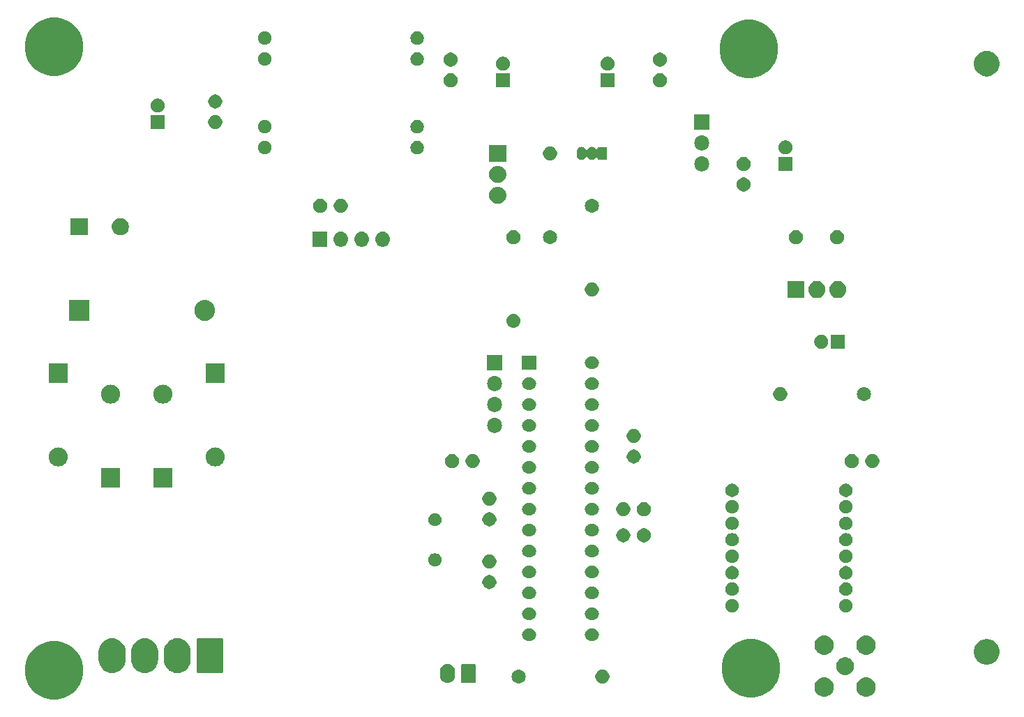
<source format=gbr>
G04 #@! TF.GenerationSoftware,KiCad,Pcbnew,(5.1.2)-1*
G04 #@! TF.CreationDate,2020-02-07T16:14:24+02:00*
G04 #@! TF.ProjectId,PCB,5043422e-6b69-4636-9164-5f7063625858,rev?*
G04 #@! TF.SameCoordinates,Original*
G04 #@! TF.FileFunction,Soldermask,Top*
G04 #@! TF.FilePolarity,Negative*
%FSLAX46Y46*%
G04 Gerber Fmt 4.6, Leading zero omitted, Abs format (unit mm)*
G04 Created by KiCad (PCBNEW (5.1.2)-1) date 2020-02-07 16:14:24*
%MOMM*%
%LPD*%
G04 APERTURE LIST*
%ADD10C,0.100000*%
G04 APERTURE END LIST*
D10*
G36*
X52597787Y-94883462D02*
G01*
X52654552Y-94906975D01*
X53244029Y-95151144D01*
X53825631Y-95539758D01*
X54320242Y-96034369D01*
X54708856Y-96615971D01*
X54823541Y-96892845D01*
X54976538Y-97262213D01*
X55113000Y-97948256D01*
X55113000Y-98647744D01*
X54976538Y-99333787D01*
X54939520Y-99423156D01*
X54708856Y-99980029D01*
X54320242Y-100561631D01*
X53825631Y-101056242D01*
X53244029Y-101444856D01*
X52881549Y-101595000D01*
X52597787Y-101712538D01*
X51911744Y-101849000D01*
X51212256Y-101849000D01*
X50526213Y-101712538D01*
X50242451Y-101595000D01*
X49879971Y-101444856D01*
X49298369Y-101056242D01*
X48803758Y-100561631D01*
X48415144Y-99980029D01*
X48184480Y-99423156D01*
X48147462Y-99333787D01*
X48011000Y-98647744D01*
X48011000Y-97948256D01*
X48147462Y-97262213D01*
X48300459Y-96892845D01*
X48415144Y-96615971D01*
X48803758Y-96034369D01*
X49298369Y-95539758D01*
X49879971Y-95151144D01*
X50469448Y-94906975D01*
X50526213Y-94883462D01*
X51212256Y-94747000D01*
X51911744Y-94747000D01*
X52597787Y-94883462D01*
X52597787Y-94883462D01*
G37*
G36*
X137179787Y-94629462D02*
G01*
X137369068Y-94707865D01*
X137826029Y-94897144D01*
X138407631Y-95285758D01*
X138902242Y-95780369D01*
X139290856Y-96361971D01*
X139405541Y-96638845D01*
X139558538Y-97008213D01*
X139695000Y-97694256D01*
X139695000Y-98393744D01*
X139558538Y-99079787D01*
X139558537Y-99079789D01*
X139290856Y-99726029D01*
X138902242Y-100307631D01*
X138407631Y-100802242D01*
X137826029Y-101190856D01*
X137507799Y-101322671D01*
X137179787Y-101458538D01*
X136493744Y-101595000D01*
X135794256Y-101595000D01*
X135108213Y-101458538D01*
X134780201Y-101322671D01*
X134461971Y-101190856D01*
X133880369Y-100802242D01*
X133385758Y-100307631D01*
X132997144Y-99726029D01*
X132729463Y-99079789D01*
X132729462Y-99079787D01*
X132593000Y-98393744D01*
X132593000Y-97694256D01*
X132729462Y-97008213D01*
X132882459Y-96638845D01*
X132997144Y-96361971D01*
X133385758Y-95780369D01*
X133880369Y-95285758D01*
X134461971Y-94897144D01*
X134918932Y-94707865D01*
X135108213Y-94629462D01*
X135794256Y-94493000D01*
X136493744Y-94493000D01*
X137179787Y-94629462D01*
X137179787Y-94629462D01*
G37*
G36*
X145225560Y-99169064D02*
G01*
X145377027Y-99199193D01*
X145591045Y-99287842D01*
X145621556Y-99308229D01*
X145783654Y-99416539D01*
X145947461Y-99580346D01*
X146013038Y-99678489D01*
X146076158Y-99772955D01*
X146164807Y-99986973D01*
X146164807Y-99986975D01*
X146210000Y-100214173D01*
X146210000Y-100445827D01*
X146204794Y-100472000D01*
X146164807Y-100673027D01*
X146076158Y-100887045D01*
X146076157Y-100887046D01*
X145947461Y-101079654D01*
X145783654Y-101243461D01*
X145665107Y-101322671D01*
X145591045Y-101372158D01*
X145377027Y-101460807D01*
X145225560Y-101490936D01*
X145149827Y-101506000D01*
X144918173Y-101506000D01*
X144842440Y-101490936D01*
X144690973Y-101460807D01*
X144476955Y-101372158D01*
X144402893Y-101322671D01*
X144284346Y-101243461D01*
X144120539Y-101079654D01*
X143991843Y-100887046D01*
X143991842Y-100887045D01*
X143903193Y-100673027D01*
X143863206Y-100472000D01*
X143858000Y-100445827D01*
X143858000Y-100214173D01*
X143903193Y-99986975D01*
X143903193Y-99986973D01*
X143991842Y-99772955D01*
X144054962Y-99678489D01*
X144120539Y-99580346D01*
X144284346Y-99416539D01*
X144446444Y-99308229D01*
X144476955Y-99287842D01*
X144690973Y-99199193D01*
X144842440Y-99169064D01*
X144918173Y-99154000D01*
X145149827Y-99154000D01*
X145225560Y-99169064D01*
X145225560Y-99169064D01*
G37*
G36*
X150305560Y-99169064D02*
G01*
X150457027Y-99199193D01*
X150671045Y-99287842D01*
X150701556Y-99308229D01*
X150863654Y-99416539D01*
X151027461Y-99580346D01*
X151093038Y-99678489D01*
X151156158Y-99772955D01*
X151244807Y-99986973D01*
X151244807Y-99986975D01*
X151290000Y-100214173D01*
X151290000Y-100445827D01*
X151284794Y-100472000D01*
X151244807Y-100673027D01*
X151156158Y-100887045D01*
X151156157Y-100887046D01*
X151027461Y-101079654D01*
X150863654Y-101243461D01*
X150745107Y-101322671D01*
X150671045Y-101372158D01*
X150457027Y-101460807D01*
X150305560Y-101490936D01*
X150229827Y-101506000D01*
X149998173Y-101506000D01*
X149922440Y-101490936D01*
X149770973Y-101460807D01*
X149556955Y-101372158D01*
X149482893Y-101322671D01*
X149364346Y-101243461D01*
X149200539Y-101079654D01*
X149071843Y-100887046D01*
X149071842Y-100887045D01*
X148983193Y-100673027D01*
X148943206Y-100472000D01*
X148938000Y-100445827D01*
X148938000Y-100214173D01*
X148983193Y-99986975D01*
X148983193Y-99986973D01*
X149071842Y-99772955D01*
X149134962Y-99678489D01*
X149200539Y-99580346D01*
X149364346Y-99416539D01*
X149526444Y-99308229D01*
X149556955Y-99287842D01*
X149770973Y-99199193D01*
X149922440Y-99169064D01*
X149998173Y-99154000D01*
X150229827Y-99154000D01*
X150305560Y-99169064D01*
X150305560Y-99169064D01*
G37*
G36*
X118358228Y-98241703D02*
G01*
X118513100Y-98305853D01*
X118652481Y-98398985D01*
X118771015Y-98517519D01*
X118864147Y-98656900D01*
X118928297Y-98811772D01*
X118961000Y-98976184D01*
X118961000Y-99143816D01*
X118928297Y-99308228D01*
X118864147Y-99463100D01*
X118771015Y-99602481D01*
X118652481Y-99721015D01*
X118513100Y-99814147D01*
X118358228Y-99878297D01*
X118193816Y-99911000D01*
X118026184Y-99911000D01*
X117861772Y-99878297D01*
X117706900Y-99814147D01*
X117567519Y-99721015D01*
X117448985Y-99602481D01*
X117355853Y-99463100D01*
X117291703Y-99308228D01*
X117259000Y-99143816D01*
X117259000Y-98976184D01*
X117291703Y-98811772D01*
X117355853Y-98656900D01*
X117448985Y-98517519D01*
X117567519Y-98398985D01*
X117706900Y-98305853D01*
X117861772Y-98241703D01*
X118026184Y-98209000D01*
X118193816Y-98209000D01*
X118358228Y-98241703D01*
X118358228Y-98241703D01*
G37*
G36*
X108116823Y-98221313D02*
G01*
X108277242Y-98269976D01*
X108332810Y-98299678D01*
X108425078Y-98348996D01*
X108554659Y-98455341D01*
X108661004Y-98584922D01*
X108661005Y-98584924D01*
X108740024Y-98732758D01*
X108788687Y-98893177D01*
X108805117Y-99060000D01*
X108788687Y-99226823D01*
X108740024Y-99387242D01*
X108679495Y-99500484D01*
X108661004Y-99535078D01*
X108554659Y-99664659D01*
X108425078Y-99771004D01*
X108425076Y-99771005D01*
X108277242Y-99850024D01*
X108116823Y-99898687D01*
X107991804Y-99911000D01*
X107908196Y-99911000D01*
X107783177Y-99898687D01*
X107622758Y-99850024D01*
X107474924Y-99771005D01*
X107474922Y-99771004D01*
X107345341Y-99664659D01*
X107238996Y-99535078D01*
X107220505Y-99500484D01*
X107159976Y-99387242D01*
X107111313Y-99226823D01*
X107094883Y-99060000D01*
X107111313Y-98893177D01*
X107159976Y-98732758D01*
X107238995Y-98584924D01*
X107238996Y-98584922D01*
X107345341Y-98455341D01*
X107474922Y-98348996D01*
X107567190Y-98299678D01*
X107622758Y-98269976D01*
X107783177Y-98221313D01*
X107908196Y-98209000D01*
X107991804Y-98209000D01*
X108116823Y-98221313D01*
X108116823Y-98221313D01*
G37*
G36*
X99494548Y-97541326D02*
G01*
X99668157Y-97593990D01*
X99828156Y-97679511D01*
X99864957Y-97709713D01*
X99968397Y-97794603D01*
X100011397Y-97847000D01*
X100083489Y-97934844D01*
X100169010Y-98094843D01*
X100221674Y-98268452D01*
X100235000Y-98403757D01*
X100235000Y-98954244D01*
X100221674Y-99089548D01*
X100169010Y-99263157D01*
X100083489Y-99423156D01*
X100047928Y-99466487D01*
X99968397Y-99563397D01*
X99828155Y-99678489D01*
X99668156Y-99764010D01*
X99494547Y-99816674D01*
X99314000Y-99834456D01*
X99133452Y-99816674D01*
X98959843Y-99764010D01*
X98799844Y-99678489D01*
X98756271Y-99642729D01*
X98659603Y-99563397D01*
X98544511Y-99423155D01*
X98458991Y-99263158D01*
X98447969Y-99226825D01*
X98406326Y-99089547D01*
X98393000Y-98954243D01*
X98393000Y-98403756D01*
X98406326Y-98268452D01*
X98458990Y-98094843D01*
X98544512Y-97934844D01*
X98574479Y-97898329D01*
X98659604Y-97794603D01*
X98763044Y-97709713D01*
X98799845Y-97679511D01*
X98959844Y-97593990D01*
X99133453Y-97541326D01*
X99314000Y-97523544D01*
X99494548Y-97541326D01*
X99494548Y-97541326D01*
G37*
G36*
X102633561Y-97531966D02*
G01*
X102666383Y-97541923D01*
X102696632Y-97558092D01*
X102723148Y-97579852D01*
X102744908Y-97606368D01*
X102761077Y-97636617D01*
X102771034Y-97669439D01*
X102775000Y-97709713D01*
X102775000Y-99648287D01*
X102771034Y-99688561D01*
X102761077Y-99721383D01*
X102744908Y-99751632D01*
X102723148Y-99778148D01*
X102696632Y-99799908D01*
X102666383Y-99816077D01*
X102633561Y-99826034D01*
X102593287Y-99830000D01*
X101114713Y-99830000D01*
X101074439Y-99826034D01*
X101041617Y-99816077D01*
X101011368Y-99799908D01*
X100984852Y-99778148D01*
X100963092Y-99751632D01*
X100946923Y-99721383D01*
X100936966Y-99688561D01*
X100933000Y-99648287D01*
X100933000Y-97709713D01*
X100936966Y-97669439D01*
X100946923Y-97636617D01*
X100963092Y-97606368D01*
X100984852Y-97579852D01*
X101011368Y-97558092D01*
X101041617Y-97541923D01*
X101074439Y-97531966D01*
X101114713Y-97528000D01*
X102593287Y-97528000D01*
X102633561Y-97531966D01*
X102633561Y-97531966D01*
G37*
G36*
X147749271Y-96727783D02*
G01*
X147887858Y-96755350D01*
X148083677Y-96836461D01*
X148259910Y-96954216D01*
X148409784Y-97104090D01*
X148527539Y-97280323D01*
X148608650Y-97476142D01*
X148622972Y-97548146D01*
X148650000Y-97684022D01*
X148650000Y-97895978D01*
X148639601Y-97948256D01*
X148608650Y-98103858D01*
X148527539Y-98299677D01*
X148409784Y-98475910D01*
X148259910Y-98625784D01*
X148083677Y-98743539D01*
X147887858Y-98824650D01*
X147749271Y-98852217D01*
X147679978Y-98866000D01*
X147468022Y-98866000D01*
X147398729Y-98852217D01*
X147260142Y-98824650D01*
X147064323Y-98743539D01*
X146888090Y-98625784D01*
X146738216Y-98475910D01*
X146620461Y-98299677D01*
X146539350Y-98103858D01*
X146508399Y-97948256D01*
X146498000Y-97895978D01*
X146498000Y-97684022D01*
X146525028Y-97548146D01*
X146539350Y-97476142D01*
X146620461Y-97280323D01*
X146738216Y-97104090D01*
X146888090Y-96954216D01*
X147064323Y-96836461D01*
X147260142Y-96755350D01*
X147398729Y-96727783D01*
X147468022Y-96714000D01*
X147679978Y-96714000D01*
X147749271Y-96727783D01*
X147749271Y-96727783D01*
G37*
G36*
X58924730Y-94442599D02*
G01*
X59232179Y-94535863D01*
X59515518Y-94687311D01*
X59763871Y-94891129D01*
X59967689Y-95139482D01*
X60119137Y-95422821D01*
X60212401Y-95730270D01*
X60236000Y-95969879D01*
X60236000Y-97070122D01*
X60212401Y-97309730D01*
X60161920Y-97476142D01*
X60122417Y-97606368D01*
X60119137Y-97617179D01*
X59967689Y-97900518D01*
X59910702Y-97969956D01*
X59763871Y-98148871D01*
X59515518Y-98352688D01*
X59515514Y-98352691D01*
X59232178Y-98504137D01*
X58924729Y-98597401D01*
X58605000Y-98628891D01*
X58285270Y-98597401D01*
X57977821Y-98504137D01*
X57694482Y-98352689D01*
X57591843Y-98268455D01*
X57446129Y-98148871D01*
X57242312Y-97900518D01*
X57242311Y-97900517D01*
X57242309Y-97900514D01*
X57090863Y-97617178D01*
X56997599Y-97309729D01*
X56974000Y-97070121D01*
X56974000Y-95969878D01*
X56997599Y-95730270D01*
X57090863Y-95422821D01*
X57236078Y-95151144D01*
X57242312Y-95139481D01*
X57446130Y-94891129D01*
X57694482Y-94687312D01*
X57694481Y-94687312D01*
X57694483Y-94687311D01*
X57977822Y-94535863D01*
X58285271Y-94442599D01*
X58605000Y-94411109D01*
X58924730Y-94442599D01*
X58924730Y-94442599D01*
G37*
G36*
X66844730Y-94442599D02*
G01*
X67152179Y-94535863D01*
X67435518Y-94687311D01*
X67683871Y-94891129D01*
X67887689Y-95139482D01*
X68039137Y-95422821D01*
X68132401Y-95730270D01*
X68156000Y-95969879D01*
X68156000Y-97070122D01*
X68132401Y-97309730D01*
X68081920Y-97476142D01*
X68042417Y-97606368D01*
X68039137Y-97617179D01*
X67887689Y-97900518D01*
X67830702Y-97969956D01*
X67683871Y-98148871D01*
X67435518Y-98352688D01*
X67435514Y-98352691D01*
X67152178Y-98504137D01*
X66844729Y-98597401D01*
X66525000Y-98628891D01*
X66205270Y-98597401D01*
X65897821Y-98504137D01*
X65614482Y-98352689D01*
X65511843Y-98268455D01*
X65366129Y-98148871D01*
X65162312Y-97900518D01*
X65162311Y-97900517D01*
X65162309Y-97900514D01*
X65010863Y-97617178D01*
X64917599Y-97309729D01*
X64894000Y-97070121D01*
X64894000Y-95969878D01*
X64917599Y-95730270D01*
X65010863Y-95422821D01*
X65156078Y-95151144D01*
X65162312Y-95139481D01*
X65366130Y-94891129D01*
X65614482Y-94687312D01*
X65614481Y-94687312D01*
X65614483Y-94687311D01*
X65897822Y-94535863D01*
X66205271Y-94442599D01*
X66525000Y-94411109D01*
X66844730Y-94442599D01*
X66844730Y-94442599D01*
G37*
G36*
X62884730Y-94442599D02*
G01*
X63192179Y-94535863D01*
X63475518Y-94687311D01*
X63723871Y-94891129D01*
X63927689Y-95139482D01*
X64079137Y-95422821D01*
X64172401Y-95730270D01*
X64196000Y-95969879D01*
X64196000Y-97070122D01*
X64172401Y-97309730D01*
X64121920Y-97476142D01*
X64082417Y-97606368D01*
X64079137Y-97617179D01*
X63927689Y-97900518D01*
X63870702Y-97969956D01*
X63723871Y-98148871D01*
X63475518Y-98352688D01*
X63475514Y-98352691D01*
X63192178Y-98504137D01*
X62884729Y-98597401D01*
X62565000Y-98628891D01*
X62245270Y-98597401D01*
X61937821Y-98504137D01*
X61654482Y-98352689D01*
X61551843Y-98268455D01*
X61406129Y-98148871D01*
X61202312Y-97900518D01*
X61202311Y-97900517D01*
X61202309Y-97900514D01*
X61050863Y-97617178D01*
X60957599Y-97309729D01*
X60934000Y-97070121D01*
X60934000Y-95969878D01*
X60957599Y-95730270D01*
X61050863Y-95422821D01*
X61196078Y-95151144D01*
X61202312Y-95139481D01*
X61406130Y-94891129D01*
X61654482Y-94687312D01*
X61654481Y-94687312D01*
X61654483Y-94687311D01*
X61937822Y-94535863D01*
X62245271Y-94442599D01*
X62565000Y-94411109D01*
X62884730Y-94442599D01*
X62884730Y-94442599D01*
G37*
G36*
X71992850Y-94422530D02*
G01*
X72021413Y-94431194D01*
X72047734Y-94445263D01*
X72070804Y-94464196D01*
X72089737Y-94487266D01*
X72103806Y-94513587D01*
X72112470Y-94542150D01*
X72116000Y-94577990D01*
X72116000Y-98462010D01*
X72112470Y-98497850D01*
X72103806Y-98526413D01*
X72089737Y-98552734D01*
X72070804Y-98575804D01*
X72047734Y-98594737D01*
X72021413Y-98608806D01*
X71992850Y-98617470D01*
X71957010Y-98621000D01*
X69012990Y-98621000D01*
X68977150Y-98617470D01*
X68948587Y-98608806D01*
X68922266Y-98594737D01*
X68899196Y-98575804D01*
X68880263Y-98552734D01*
X68866194Y-98526413D01*
X68857530Y-98497850D01*
X68854000Y-98462010D01*
X68854000Y-94577990D01*
X68857530Y-94542150D01*
X68866194Y-94513587D01*
X68880263Y-94487266D01*
X68899196Y-94464196D01*
X68922266Y-94445263D01*
X68948587Y-94431194D01*
X68977150Y-94422530D01*
X69012990Y-94419000D01*
X71957010Y-94419000D01*
X71992850Y-94422530D01*
X71992850Y-94422530D01*
G37*
G36*
X165036905Y-94533694D02*
G01*
X165212410Y-94568604D01*
X165494674Y-94685521D01*
X165748705Y-94855259D01*
X165964741Y-95071295D01*
X166134479Y-95325326D01*
X166251396Y-95607590D01*
X166311000Y-95907240D01*
X166311000Y-96212760D01*
X166251396Y-96512410D01*
X166134479Y-96794674D01*
X165964741Y-97048705D01*
X165748705Y-97264741D01*
X165494674Y-97434479D01*
X165212410Y-97551396D01*
X165105800Y-97572602D01*
X164912761Y-97611000D01*
X164607239Y-97611000D01*
X164414200Y-97572602D01*
X164307590Y-97551396D01*
X164025326Y-97434479D01*
X163771295Y-97264741D01*
X163555259Y-97048705D01*
X163385521Y-96794674D01*
X163268604Y-96512410D01*
X163209000Y-96212760D01*
X163209000Y-95907240D01*
X163268604Y-95607590D01*
X163385521Y-95325326D01*
X163555259Y-95071295D01*
X163771295Y-94855259D01*
X164025326Y-94685521D01*
X164307590Y-94568604D01*
X164483095Y-94533694D01*
X164607239Y-94509000D01*
X164912761Y-94509000D01*
X165036905Y-94533694D01*
X165036905Y-94533694D01*
G37*
G36*
X150305560Y-94089064D02*
G01*
X150457027Y-94119193D01*
X150671045Y-94207842D01*
X150671046Y-94207843D01*
X150863654Y-94336539D01*
X151027461Y-94500346D01*
X151099028Y-94607454D01*
X151156158Y-94692955D01*
X151244807Y-94906973D01*
X151290000Y-95134174D01*
X151290000Y-95365826D01*
X151244807Y-95593027D01*
X151156158Y-95807045D01*
X151114093Y-95870000D01*
X151027461Y-95999654D01*
X150863654Y-96163461D01*
X150789871Y-96212761D01*
X150671045Y-96292158D01*
X150457027Y-96380807D01*
X150305560Y-96410936D01*
X150229827Y-96426000D01*
X149998173Y-96426000D01*
X149922440Y-96410936D01*
X149770973Y-96380807D01*
X149556955Y-96292158D01*
X149438129Y-96212761D01*
X149364346Y-96163461D01*
X149200539Y-95999654D01*
X149113907Y-95870000D01*
X149071842Y-95807045D01*
X148983193Y-95593027D01*
X148938000Y-95365826D01*
X148938000Y-95134174D01*
X148983193Y-94906973D01*
X149071842Y-94692955D01*
X149128972Y-94607454D01*
X149200539Y-94500346D01*
X149364346Y-94336539D01*
X149556954Y-94207843D01*
X149556955Y-94207842D01*
X149770973Y-94119193D01*
X149922440Y-94089064D01*
X149998173Y-94074000D01*
X150229827Y-94074000D01*
X150305560Y-94089064D01*
X150305560Y-94089064D01*
G37*
G36*
X145225560Y-94089064D02*
G01*
X145377027Y-94119193D01*
X145591045Y-94207842D01*
X145591046Y-94207843D01*
X145783654Y-94336539D01*
X145947461Y-94500346D01*
X146019028Y-94607454D01*
X146076158Y-94692955D01*
X146164807Y-94906973D01*
X146210000Y-95134174D01*
X146210000Y-95365826D01*
X146164807Y-95593027D01*
X146076158Y-95807045D01*
X146034093Y-95870000D01*
X145947461Y-95999654D01*
X145783654Y-96163461D01*
X145709871Y-96212761D01*
X145591045Y-96292158D01*
X145377027Y-96380807D01*
X145225560Y-96410936D01*
X145149827Y-96426000D01*
X144918173Y-96426000D01*
X144842440Y-96410936D01*
X144690973Y-96380807D01*
X144476955Y-96292158D01*
X144358129Y-96212761D01*
X144284346Y-96163461D01*
X144120539Y-95999654D01*
X144033907Y-95870000D01*
X143991842Y-95807045D01*
X143903193Y-95593027D01*
X143858000Y-95365826D01*
X143858000Y-95134174D01*
X143903193Y-94906973D01*
X143991842Y-94692955D01*
X144048972Y-94607454D01*
X144120539Y-94500346D01*
X144284346Y-94336539D01*
X144476954Y-94207843D01*
X144476955Y-94207842D01*
X144690973Y-94119193D01*
X144842440Y-94089064D01*
X144918173Y-94074000D01*
X145149827Y-94074000D01*
X145225560Y-94089064D01*
X145225560Y-94089064D01*
G37*
G36*
X117013665Y-93232622D02*
G01*
X117087222Y-93239867D01*
X117228786Y-93282810D01*
X117359252Y-93352546D01*
X117389040Y-93376992D01*
X117473607Y-93446393D01*
X117543008Y-93530960D01*
X117567454Y-93560748D01*
X117637190Y-93691214D01*
X117680133Y-93832778D01*
X117694633Y-93980000D01*
X117680133Y-94127222D01*
X117637190Y-94268786D01*
X117567454Y-94399252D01*
X117557723Y-94411109D01*
X117473607Y-94513607D01*
X117406591Y-94568604D01*
X117359252Y-94607454D01*
X117359250Y-94607455D01*
X117229013Y-94677069D01*
X117228786Y-94677190D01*
X117087222Y-94720133D01*
X117013665Y-94727378D01*
X116976888Y-94731000D01*
X116703112Y-94731000D01*
X116666335Y-94727378D01*
X116592778Y-94720133D01*
X116451214Y-94677190D01*
X116450988Y-94677069D01*
X116320750Y-94607455D01*
X116320748Y-94607454D01*
X116273409Y-94568604D01*
X116206393Y-94513607D01*
X116122277Y-94411109D01*
X116112546Y-94399252D01*
X116042810Y-94268786D01*
X115999867Y-94127222D01*
X115985367Y-93980000D01*
X115999867Y-93832778D01*
X116042810Y-93691214D01*
X116112546Y-93560748D01*
X116136992Y-93530960D01*
X116206393Y-93446393D01*
X116290960Y-93376992D01*
X116320748Y-93352546D01*
X116451214Y-93282810D01*
X116592778Y-93239867D01*
X116666335Y-93232622D01*
X116703112Y-93229000D01*
X116976888Y-93229000D01*
X117013665Y-93232622D01*
X117013665Y-93232622D01*
G37*
G36*
X109393665Y-93232622D02*
G01*
X109467222Y-93239867D01*
X109608786Y-93282810D01*
X109739252Y-93352546D01*
X109769040Y-93376992D01*
X109853607Y-93446393D01*
X109923008Y-93530960D01*
X109947454Y-93560748D01*
X110017190Y-93691214D01*
X110060133Y-93832778D01*
X110074633Y-93980000D01*
X110060133Y-94127222D01*
X110017190Y-94268786D01*
X109947454Y-94399252D01*
X109937723Y-94411109D01*
X109853607Y-94513607D01*
X109786591Y-94568604D01*
X109739252Y-94607454D01*
X109739250Y-94607455D01*
X109609013Y-94677069D01*
X109608786Y-94677190D01*
X109467222Y-94720133D01*
X109393665Y-94727378D01*
X109356888Y-94731000D01*
X109083112Y-94731000D01*
X109046335Y-94727378D01*
X108972778Y-94720133D01*
X108831214Y-94677190D01*
X108830988Y-94677069D01*
X108700750Y-94607455D01*
X108700748Y-94607454D01*
X108653409Y-94568604D01*
X108586393Y-94513607D01*
X108502277Y-94411109D01*
X108492546Y-94399252D01*
X108422810Y-94268786D01*
X108379867Y-94127222D01*
X108365367Y-93980000D01*
X108379867Y-93832778D01*
X108422810Y-93691214D01*
X108492546Y-93560748D01*
X108516992Y-93530960D01*
X108586393Y-93446393D01*
X108670960Y-93376992D01*
X108700748Y-93352546D01*
X108831214Y-93282810D01*
X108972778Y-93239867D01*
X109046335Y-93232622D01*
X109083112Y-93229000D01*
X109356888Y-93229000D01*
X109393665Y-93232622D01*
X109393665Y-93232622D01*
G37*
G36*
X109393665Y-90692622D02*
G01*
X109467222Y-90699867D01*
X109608786Y-90742810D01*
X109739252Y-90812546D01*
X109769040Y-90836992D01*
X109853607Y-90906393D01*
X109923008Y-90990960D01*
X109947454Y-91020748D01*
X110017190Y-91151214D01*
X110060133Y-91292778D01*
X110074633Y-91440000D01*
X110060133Y-91587222D01*
X110017190Y-91728786D01*
X109947454Y-91859252D01*
X109923008Y-91889040D01*
X109853607Y-91973607D01*
X109769040Y-92043008D01*
X109739252Y-92067454D01*
X109608786Y-92137190D01*
X109467222Y-92180133D01*
X109393665Y-92187378D01*
X109356888Y-92191000D01*
X109083112Y-92191000D01*
X109046335Y-92187378D01*
X108972778Y-92180133D01*
X108831214Y-92137190D01*
X108700748Y-92067454D01*
X108670960Y-92043008D01*
X108586393Y-91973607D01*
X108516992Y-91889040D01*
X108492546Y-91859252D01*
X108422810Y-91728786D01*
X108379867Y-91587222D01*
X108365367Y-91440000D01*
X108379867Y-91292778D01*
X108422810Y-91151214D01*
X108492546Y-91020748D01*
X108516992Y-90990960D01*
X108586393Y-90906393D01*
X108670960Y-90836992D01*
X108700748Y-90812546D01*
X108831214Y-90742810D01*
X108972778Y-90699867D01*
X109046335Y-90692622D01*
X109083112Y-90689000D01*
X109356888Y-90689000D01*
X109393665Y-90692622D01*
X109393665Y-90692622D01*
G37*
G36*
X117013665Y-90692622D02*
G01*
X117087222Y-90699867D01*
X117228786Y-90742810D01*
X117359252Y-90812546D01*
X117389040Y-90836992D01*
X117473607Y-90906393D01*
X117543008Y-90990960D01*
X117567454Y-91020748D01*
X117637190Y-91151214D01*
X117680133Y-91292778D01*
X117694633Y-91440000D01*
X117680133Y-91587222D01*
X117637190Y-91728786D01*
X117567454Y-91859252D01*
X117543008Y-91889040D01*
X117473607Y-91973607D01*
X117389040Y-92043008D01*
X117359252Y-92067454D01*
X117228786Y-92137190D01*
X117087222Y-92180133D01*
X117013665Y-92187378D01*
X116976888Y-92191000D01*
X116703112Y-92191000D01*
X116666335Y-92187378D01*
X116592778Y-92180133D01*
X116451214Y-92137190D01*
X116320748Y-92067454D01*
X116290960Y-92043008D01*
X116206393Y-91973607D01*
X116136992Y-91889040D01*
X116112546Y-91859252D01*
X116042810Y-91728786D01*
X115999867Y-91587222D01*
X115985367Y-91440000D01*
X115999867Y-91292778D01*
X116042810Y-91151214D01*
X116112546Y-91020748D01*
X116136992Y-90990960D01*
X116206393Y-90906393D01*
X116290960Y-90836992D01*
X116320748Y-90812546D01*
X116451214Y-90742810D01*
X116592778Y-90699867D01*
X116666335Y-90692622D01*
X116703112Y-90689000D01*
X116976888Y-90689000D01*
X117013665Y-90692622D01*
X117013665Y-90692622D01*
G37*
G36*
X147911142Y-89672242D02*
G01*
X148059101Y-89733529D01*
X148192255Y-89822499D01*
X148305501Y-89935745D01*
X148394471Y-90068899D01*
X148455758Y-90216858D01*
X148487000Y-90373925D01*
X148487000Y-90534075D01*
X148455758Y-90691142D01*
X148394471Y-90839101D01*
X148305501Y-90972255D01*
X148192255Y-91085501D01*
X148059101Y-91174471D01*
X147911142Y-91235758D01*
X147754075Y-91267000D01*
X147593925Y-91267000D01*
X147436858Y-91235758D01*
X147288899Y-91174471D01*
X147155745Y-91085501D01*
X147042499Y-90972255D01*
X146953529Y-90839101D01*
X146892242Y-90691142D01*
X146861000Y-90534075D01*
X146861000Y-90373925D01*
X146892242Y-90216858D01*
X146953529Y-90068899D01*
X147042499Y-89935745D01*
X147155745Y-89822499D01*
X147288899Y-89733529D01*
X147436858Y-89672242D01*
X147593925Y-89641000D01*
X147754075Y-89641000D01*
X147911142Y-89672242D01*
X147911142Y-89672242D01*
G37*
G36*
X134095142Y-89672242D02*
G01*
X134243101Y-89733529D01*
X134376255Y-89822499D01*
X134489501Y-89935745D01*
X134578471Y-90068899D01*
X134639758Y-90216858D01*
X134671000Y-90373925D01*
X134671000Y-90534075D01*
X134639758Y-90691142D01*
X134578471Y-90839101D01*
X134489501Y-90972255D01*
X134376255Y-91085501D01*
X134243101Y-91174471D01*
X134095142Y-91235758D01*
X133938075Y-91267000D01*
X133777925Y-91267000D01*
X133620858Y-91235758D01*
X133472899Y-91174471D01*
X133339745Y-91085501D01*
X133226499Y-90972255D01*
X133137529Y-90839101D01*
X133076242Y-90691142D01*
X133045000Y-90534075D01*
X133045000Y-90373925D01*
X133076242Y-90216858D01*
X133137529Y-90068899D01*
X133226499Y-89935745D01*
X133339745Y-89822499D01*
X133472899Y-89733529D01*
X133620858Y-89672242D01*
X133777925Y-89641000D01*
X133938075Y-89641000D01*
X134095142Y-89672242D01*
X134095142Y-89672242D01*
G37*
G36*
X109393665Y-88152622D02*
G01*
X109467222Y-88159867D01*
X109608786Y-88202810D01*
X109739252Y-88272546D01*
X109769040Y-88296992D01*
X109853607Y-88366393D01*
X109914834Y-88441000D01*
X109947454Y-88480748D01*
X110017190Y-88611214D01*
X110060133Y-88752778D01*
X110074633Y-88900000D01*
X110060133Y-89047222D01*
X110017190Y-89188786D01*
X109947454Y-89319252D01*
X109923008Y-89349040D01*
X109853607Y-89433607D01*
X109769040Y-89503008D01*
X109739252Y-89527454D01*
X109608786Y-89597190D01*
X109467222Y-89640133D01*
X109393665Y-89647378D01*
X109356888Y-89651000D01*
X109083112Y-89651000D01*
X109046335Y-89647378D01*
X108972778Y-89640133D01*
X108831214Y-89597190D01*
X108700748Y-89527454D01*
X108670960Y-89503008D01*
X108586393Y-89433607D01*
X108516992Y-89349040D01*
X108492546Y-89319252D01*
X108422810Y-89188786D01*
X108379867Y-89047222D01*
X108365367Y-88900000D01*
X108379867Y-88752778D01*
X108422810Y-88611214D01*
X108492546Y-88480748D01*
X108525166Y-88441000D01*
X108586393Y-88366393D01*
X108670960Y-88296992D01*
X108700748Y-88272546D01*
X108831214Y-88202810D01*
X108972778Y-88159867D01*
X109046335Y-88152622D01*
X109083112Y-88149000D01*
X109356888Y-88149000D01*
X109393665Y-88152622D01*
X109393665Y-88152622D01*
G37*
G36*
X117013665Y-88152622D02*
G01*
X117087222Y-88159867D01*
X117228786Y-88202810D01*
X117359252Y-88272546D01*
X117389040Y-88296992D01*
X117473607Y-88366393D01*
X117534834Y-88441000D01*
X117567454Y-88480748D01*
X117637190Y-88611214D01*
X117680133Y-88752778D01*
X117694633Y-88900000D01*
X117680133Y-89047222D01*
X117637190Y-89188786D01*
X117567454Y-89319252D01*
X117543008Y-89349040D01*
X117473607Y-89433607D01*
X117389040Y-89503008D01*
X117359252Y-89527454D01*
X117228786Y-89597190D01*
X117087222Y-89640133D01*
X117013665Y-89647378D01*
X116976888Y-89651000D01*
X116703112Y-89651000D01*
X116666335Y-89647378D01*
X116592778Y-89640133D01*
X116451214Y-89597190D01*
X116320748Y-89527454D01*
X116290960Y-89503008D01*
X116206393Y-89433607D01*
X116136992Y-89349040D01*
X116112546Y-89319252D01*
X116042810Y-89188786D01*
X115999867Y-89047222D01*
X115985367Y-88900000D01*
X115999867Y-88752778D01*
X116042810Y-88611214D01*
X116112546Y-88480748D01*
X116145166Y-88441000D01*
X116206393Y-88366393D01*
X116290960Y-88296992D01*
X116320748Y-88272546D01*
X116451214Y-88202810D01*
X116592778Y-88159867D01*
X116666335Y-88152622D01*
X116703112Y-88149000D01*
X116976888Y-88149000D01*
X117013665Y-88152622D01*
X117013665Y-88152622D01*
G37*
G36*
X147911142Y-87672242D02*
G01*
X148059101Y-87733529D01*
X148192255Y-87822499D01*
X148305501Y-87935745D01*
X148394471Y-88068899D01*
X148455758Y-88216858D01*
X148487000Y-88373925D01*
X148487000Y-88534075D01*
X148455758Y-88691142D01*
X148394471Y-88839101D01*
X148305501Y-88972255D01*
X148192255Y-89085501D01*
X148059101Y-89174471D01*
X147911142Y-89235758D01*
X147754075Y-89267000D01*
X147593925Y-89267000D01*
X147436858Y-89235758D01*
X147288899Y-89174471D01*
X147155745Y-89085501D01*
X147042499Y-88972255D01*
X146953529Y-88839101D01*
X146892242Y-88691142D01*
X146861000Y-88534075D01*
X146861000Y-88373925D01*
X146892242Y-88216858D01*
X146953529Y-88068899D01*
X147042499Y-87935745D01*
X147155745Y-87822499D01*
X147288899Y-87733529D01*
X147436858Y-87672242D01*
X147593925Y-87641000D01*
X147754075Y-87641000D01*
X147911142Y-87672242D01*
X147911142Y-87672242D01*
G37*
G36*
X134095142Y-87672242D02*
G01*
X134243101Y-87733529D01*
X134376255Y-87822499D01*
X134489501Y-87935745D01*
X134578471Y-88068899D01*
X134639758Y-88216858D01*
X134671000Y-88373925D01*
X134671000Y-88534075D01*
X134639758Y-88691142D01*
X134578471Y-88839101D01*
X134489501Y-88972255D01*
X134376255Y-89085501D01*
X134243101Y-89174471D01*
X134095142Y-89235758D01*
X133938075Y-89267000D01*
X133777925Y-89267000D01*
X133620858Y-89235758D01*
X133472899Y-89174471D01*
X133339745Y-89085501D01*
X133226499Y-88972255D01*
X133137529Y-88839101D01*
X133076242Y-88691142D01*
X133045000Y-88534075D01*
X133045000Y-88373925D01*
X133076242Y-88216858D01*
X133137529Y-88068899D01*
X133226499Y-87935745D01*
X133339745Y-87822499D01*
X133472899Y-87733529D01*
X133620858Y-87672242D01*
X133777925Y-87641000D01*
X133938075Y-87641000D01*
X134095142Y-87672242D01*
X134095142Y-87672242D01*
G37*
G36*
X104642228Y-86771703D02*
G01*
X104797100Y-86835853D01*
X104936481Y-86928985D01*
X105055015Y-87047519D01*
X105148147Y-87186900D01*
X105212297Y-87341772D01*
X105245000Y-87506184D01*
X105245000Y-87673816D01*
X105212297Y-87838228D01*
X105148147Y-87993100D01*
X105055015Y-88132481D01*
X104936481Y-88251015D01*
X104797100Y-88344147D01*
X104642228Y-88408297D01*
X104477816Y-88441000D01*
X104310184Y-88441000D01*
X104145772Y-88408297D01*
X103990900Y-88344147D01*
X103851519Y-88251015D01*
X103732985Y-88132481D01*
X103639853Y-87993100D01*
X103575703Y-87838228D01*
X103543000Y-87673816D01*
X103543000Y-87506184D01*
X103575703Y-87341772D01*
X103639853Y-87186900D01*
X103732985Y-87047519D01*
X103851519Y-86928985D01*
X103990900Y-86835853D01*
X104145772Y-86771703D01*
X104310184Y-86739000D01*
X104477816Y-86739000D01*
X104642228Y-86771703D01*
X104642228Y-86771703D01*
G37*
G36*
X134095142Y-85672242D02*
G01*
X134243101Y-85733529D01*
X134376255Y-85822499D01*
X134489501Y-85935745D01*
X134578471Y-86068899D01*
X134639758Y-86216858D01*
X134671000Y-86373925D01*
X134671000Y-86534075D01*
X134639758Y-86691142D01*
X134578471Y-86839101D01*
X134489501Y-86972255D01*
X134376255Y-87085501D01*
X134243101Y-87174471D01*
X134095142Y-87235758D01*
X133938075Y-87267000D01*
X133777925Y-87267000D01*
X133620858Y-87235758D01*
X133472899Y-87174471D01*
X133339745Y-87085501D01*
X133226499Y-86972255D01*
X133137529Y-86839101D01*
X133076242Y-86691142D01*
X133045000Y-86534075D01*
X133045000Y-86373925D01*
X133076242Y-86216858D01*
X133137529Y-86068899D01*
X133226499Y-85935745D01*
X133339745Y-85822499D01*
X133472899Y-85733529D01*
X133620858Y-85672242D01*
X133777925Y-85641000D01*
X133938075Y-85641000D01*
X134095142Y-85672242D01*
X134095142Y-85672242D01*
G37*
G36*
X147911142Y-85672242D02*
G01*
X148059101Y-85733529D01*
X148192255Y-85822499D01*
X148305501Y-85935745D01*
X148394471Y-86068899D01*
X148455758Y-86216858D01*
X148487000Y-86373925D01*
X148487000Y-86534075D01*
X148455758Y-86691142D01*
X148394471Y-86839101D01*
X148305501Y-86972255D01*
X148192255Y-87085501D01*
X148059101Y-87174471D01*
X147911142Y-87235758D01*
X147754075Y-87267000D01*
X147593925Y-87267000D01*
X147436858Y-87235758D01*
X147288899Y-87174471D01*
X147155745Y-87085501D01*
X147042499Y-86972255D01*
X146953529Y-86839101D01*
X146892242Y-86691142D01*
X146861000Y-86534075D01*
X146861000Y-86373925D01*
X146892242Y-86216858D01*
X146953529Y-86068899D01*
X147042499Y-85935745D01*
X147155745Y-85822499D01*
X147288899Y-85733529D01*
X147436858Y-85672242D01*
X147593925Y-85641000D01*
X147754075Y-85641000D01*
X147911142Y-85672242D01*
X147911142Y-85672242D01*
G37*
G36*
X117013665Y-85612622D02*
G01*
X117087222Y-85619867D01*
X117228786Y-85662810D01*
X117359252Y-85732546D01*
X117389040Y-85756992D01*
X117473607Y-85826393D01*
X117540822Y-85908297D01*
X117567454Y-85940748D01*
X117637190Y-86071214D01*
X117680133Y-86212778D01*
X117694633Y-86360000D01*
X117680133Y-86507222D01*
X117637190Y-86648786D01*
X117567454Y-86779252D01*
X117543008Y-86809040D01*
X117473607Y-86893607D01*
X117389040Y-86963008D01*
X117359252Y-86987454D01*
X117228786Y-87057190D01*
X117087222Y-87100133D01*
X117013665Y-87107378D01*
X116976888Y-87111000D01*
X116703112Y-87111000D01*
X116666335Y-87107378D01*
X116592778Y-87100133D01*
X116451214Y-87057190D01*
X116320748Y-86987454D01*
X116290960Y-86963008D01*
X116206393Y-86893607D01*
X116136992Y-86809040D01*
X116112546Y-86779252D01*
X116042810Y-86648786D01*
X115999867Y-86507222D01*
X115985367Y-86360000D01*
X115999867Y-86212778D01*
X116042810Y-86071214D01*
X116112546Y-85940748D01*
X116139178Y-85908297D01*
X116206393Y-85826393D01*
X116290960Y-85756992D01*
X116320748Y-85732546D01*
X116451214Y-85662810D01*
X116592778Y-85619867D01*
X116666335Y-85612622D01*
X116703112Y-85609000D01*
X116976888Y-85609000D01*
X117013665Y-85612622D01*
X117013665Y-85612622D01*
G37*
G36*
X109393665Y-85612622D02*
G01*
X109467222Y-85619867D01*
X109608786Y-85662810D01*
X109739252Y-85732546D01*
X109769040Y-85756992D01*
X109853607Y-85826393D01*
X109920822Y-85908297D01*
X109947454Y-85940748D01*
X110017190Y-86071214D01*
X110060133Y-86212778D01*
X110074633Y-86360000D01*
X110060133Y-86507222D01*
X110017190Y-86648786D01*
X109947454Y-86779252D01*
X109923008Y-86809040D01*
X109853607Y-86893607D01*
X109769040Y-86963008D01*
X109739252Y-86987454D01*
X109608786Y-87057190D01*
X109467222Y-87100133D01*
X109393665Y-87107378D01*
X109356888Y-87111000D01*
X109083112Y-87111000D01*
X109046335Y-87107378D01*
X108972778Y-87100133D01*
X108831214Y-87057190D01*
X108700748Y-86987454D01*
X108670960Y-86963008D01*
X108586393Y-86893607D01*
X108516992Y-86809040D01*
X108492546Y-86779252D01*
X108422810Y-86648786D01*
X108379867Y-86507222D01*
X108365367Y-86360000D01*
X108379867Y-86212778D01*
X108422810Y-86071214D01*
X108492546Y-85940748D01*
X108519178Y-85908297D01*
X108586393Y-85826393D01*
X108670960Y-85756992D01*
X108700748Y-85732546D01*
X108831214Y-85662810D01*
X108972778Y-85619867D01*
X109046335Y-85612622D01*
X109083112Y-85609000D01*
X109356888Y-85609000D01*
X109393665Y-85612622D01*
X109393665Y-85612622D01*
G37*
G36*
X104642228Y-84271703D02*
G01*
X104797100Y-84335853D01*
X104936481Y-84428985D01*
X105055015Y-84547519D01*
X105148147Y-84686900D01*
X105212297Y-84841772D01*
X105245000Y-85006184D01*
X105245000Y-85173816D01*
X105212297Y-85338228D01*
X105148147Y-85493100D01*
X105055015Y-85632481D01*
X104936481Y-85751015D01*
X104797100Y-85844147D01*
X104642228Y-85908297D01*
X104477816Y-85941000D01*
X104310184Y-85941000D01*
X104145772Y-85908297D01*
X103990900Y-85844147D01*
X103851519Y-85751015D01*
X103732985Y-85632481D01*
X103639853Y-85493100D01*
X103575703Y-85338228D01*
X103543000Y-85173816D01*
X103543000Y-85006184D01*
X103575703Y-84841772D01*
X103639853Y-84686900D01*
X103732985Y-84547519D01*
X103851519Y-84428985D01*
X103990900Y-84335853D01*
X104145772Y-84271703D01*
X104310184Y-84239000D01*
X104477816Y-84239000D01*
X104642228Y-84271703D01*
X104642228Y-84271703D01*
G37*
G36*
X98023642Y-84119781D02*
G01*
X98169414Y-84180162D01*
X98169416Y-84180163D01*
X98300608Y-84267822D01*
X98412178Y-84379392D01*
X98499837Y-84510584D01*
X98499838Y-84510586D01*
X98560219Y-84656358D01*
X98591000Y-84811107D01*
X98591000Y-84968893D01*
X98560219Y-85123642D01*
X98513779Y-85235757D01*
X98499837Y-85269416D01*
X98412178Y-85400608D01*
X98300608Y-85512178D01*
X98169416Y-85599837D01*
X98169415Y-85599838D01*
X98169414Y-85599838D01*
X98023642Y-85660219D01*
X97868893Y-85691000D01*
X97711107Y-85691000D01*
X97556358Y-85660219D01*
X97410586Y-85599838D01*
X97410585Y-85599838D01*
X97410584Y-85599837D01*
X97279392Y-85512178D01*
X97167822Y-85400608D01*
X97080163Y-85269416D01*
X97066221Y-85235757D01*
X97019781Y-85123642D01*
X96989000Y-84968893D01*
X96989000Y-84811107D01*
X97019781Y-84656358D01*
X97080162Y-84510586D01*
X97080163Y-84510584D01*
X97167822Y-84379392D01*
X97279392Y-84267822D01*
X97410584Y-84180163D01*
X97410586Y-84180162D01*
X97556358Y-84119781D01*
X97711107Y-84089000D01*
X97868893Y-84089000D01*
X98023642Y-84119781D01*
X98023642Y-84119781D01*
G37*
G36*
X134095142Y-83672242D02*
G01*
X134243101Y-83733529D01*
X134376255Y-83822499D01*
X134489501Y-83935745D01*
X134578471Y-84068899D01*
X134639758Y-84216858D01*
X134671000Y-84373925D01*
X134671000Y-84534075D01*
X134639758Y-84691142D01*
X134578471Y-84839101D01*
X134489501Y-84972255D01*
X134376255Y-85085501D01*
X134243101Y-85174471D01*
X134095142Y-85235758D01*
X133938075Y-85267000D01*
X133777925Y-85267000D01*
X133620858Y-85235758D01*
X133472899Y-85174471D01*
X133339745Y-85085501D01*
X133226499Y-84972255D01*
X133137529Y-84839101D01*
X133076242Y-84691142D01*
X133045000Y-84534075D01*
X133045000Y-84373925D01*
X133076242Y-84216858D01*
X133137529Y-84068899D01*
X133226499Y-83935745D01*
X133339745Y-83822499D01*
X133472899Y-83733529D01*
X133620858Y-83672242D01*
X133777925Y-83641000D01*
X133938075Y-83641000D01*
X134095142Y-83672242D01*
X134095142Y-83672242D01*
G37*
G36*
X147911142Y-83672242D02*
G01*
X148059101Y-83733529D01*
X148192255Y-83822499D01*
X148305501Y-83935745D01*
X148394471Y-84068899D01*
X148455758Y-84216858D01*
X148487000Y-84373925D01*
X148487000Y-84534075D01*
X148455758Y-84691142D01*
X148394471Y-84839101D01*
X148305501Y-84972255D01*
X148192255Y-85085501D01*
X148059101Y-85174471D01*
X147911142Y-85235758D01*
X147754075Y-85267000D01*
X147593925Y-85267000D01*
X147436858Y-85235758D01*
X147288899Y-85174471D01*
X147155745Y-85085501D01*
X147042499Y-84972255D01*
X146953529Y-84839101D01*
X146892242Y-84691142D01*
X146861000Y-84534075D01*
X146861000Y-84373925D01*
X146892242Y-84216858D01*
X146953529Y-84068899D01*
X147042499Y-83935745D01*
X147155745Y-83822499D01*
X147288899Y-83733529D01*
X147436858Y-83672242D01*
X147593925Y-83641000D01*
X147754075Y-83641000D01*
X147911142Y-83672242D01*
X147911142Y-83672242D01*
G37*
G36*
X109393665Y-83072622D02*
G01*
X109467222Y-83079867D01*
X109608786Y-83122810D01*
X109739252Y-83192546D01*
X109769040Y-83216992D01*
X109853607Y-83286393D01*
X109923008Y-83370960D01*
X109947454Y-83400748D01*
X110017190Y-83531214D01*
X110060133Y-83672778D01*
X110074633Y-83820000D01*
X110060133Y-83967222D01*
X110029289Y-84068900D01*
X110017189Y-84108788D01*
X109982322Y-84174019D01*
X109947454Y-84239252D01*
X109924007Y-84267822D01*
X109853607Y-84353607D01*
X109769040Y-84423008D01*
X109739252Y-84447454D01*
X109608786Y-84517190D01*
X109467222Y-84560133D01*
X109393665Y-84567378D01*
X109356888Y-84571000D01*
X109083112Y-84571000D01*
X109046335Y-84567378D01*
X108972778Y-84560133D01*
X108831214Y-84517190D01*
X108700748Y-84447454D01*
X108670960Y-84423008D01*
X108586393Y-84353607D01*
X108515993Y-84267822D01*
X108492546Y-84239252D01*
X108457678Y-84174019D01*
X108422811Y-84108788D01*
X108410711Y-84068900D01*
X108379867Y-83967222D01*
X108365367Y-83820000D01*
X108379867Y-83672778D01*
X108422810Y-83531214D01*
X108492546Y-83400748D01*
X108516992Y-83370960D01*
X108586393Y-83286393D01*
X108670960Y-83216992D01*
X108700748Y-83192546D01*
X108831214Y-83122810D01*
X108972778Y-83079867D01*
X109046335Y-83072622D01*
X109083112Y-83069000D01*
X109356888Y-83069000D01*
X109393665Y-83072622D01*
X109393665Y-83072622D01*
G37*
G36*
X117013665Y-83072622D02*
G01*
X117087222Y-83079867D01*
X117228786Y-83122810D01*
X117359252Y-83192546D01*
X117389040Y-83216992D01*
X117473607Y-83286393D01*
X117543008Y-83370960D01*
X117567454Y-83400748D01*
X117637190Y-83531214D01*
X117680133Y-83672778D01*
X117694633Y-83820000D01*
X117680133Y-83967222D01*
X117649289Y-84068900D01*
X117637189Y-84108788D01*
X117602322Y-84174019D01*
X117567454Y-84239252D01*
X117544007Y-84267822D01*
X117473607Y-84353607D01*
X117389040Y-84423008D01*
X117359252Y-84447454D01*
X117228786Y-84517190D01*
X117087222Y-84560133D01*
X117013665Y-84567378D01*
X116976888Y-84571000D01*
X116703112Y-84571000D01*
X116666335Y-84567378D01*
X116592778Y-84560133D01*
X116451214Y-84517190D01*
X116320748Y-84447454D01*
X116290960Y-84423008D01*
X116206393Y-84353607D01*
X116135993Y-84267822D01*
X116112546Y-84239252D01*
X116077678Y-84174019D01*
X116042811Y-84108788D01*
X116030711Y-84068900D01*
X115999867Y-83967222D01*
X115985367Y-83820000D01*
X115999867Y-83672778D01*
X116042810Y-83531214D01*
X116112546Y-83400748D01*
X116136992Y-83370960D01*
X116206393Y-83286393D01*
X116290960Y-83216992D01*
X116320748Y-83192546D01*
X116451214Y-83122810D01*
X116592778Y-83079867D01*
X116666335Y-83072622D01*
X116703112Y-83069000D01*
X116976888Y-83069000D01*
X117013665Y-83072622D01*
X117013665Y-83072622D01*
G37*
G36*
X147911142Y-81672242D02*
G01*
X148059101Y-81733529D01*
X148192255Y-81822499D01*
X148305501Y-81935745D01*
X148394471Y-82068899D01*
X148455758Y-82216858D01*
X148487000Y-82373925D01*
X148487000Y-82534075D01*
X148455758Y-82691142D01*
X148394471Y-82839101D01*
X148305501Y-82972255D01*
X148192255Y-83085501D01*
X148059101Y-83174471D01*
X147911142Y-83235758D01*
X147754075Y-83267000D01*
X147593925Y-83267000D01*
X147436858Y-83235758D01*
X147288899Y-83174471D01*
X147155745Y-83085501D01*
X147042499Y-82972255D01*
X146953529Y-82839101D01*
X146892242Y-82691142D01*
X146861000Y-82534075D01*
X146861000Y-82373925D01*
X146892242Y-82216858D01*
X146953529Y-82068899D01*
X147042499Y-81935745D01*
X147155745Y-81822499D01*
X147288899Y-81733529D01*
X147436858Y-81672242D01*
X147593925Y-81641000D01*
X147754075Y-81641000D01*
X147911142Y-81672242D01*
X147911142Y-81672242D01*
G37*
G36*
X134095142Y-81672242D02*
G01*
X134243101Y-81733529D01*
X134376255Y-81822499D01*
X134489501Y-81935745D01*
X134578471Y-82068899D01*
X134639758Y-82216858D01*
X134671000Y-82373925D01*
X134671000Y-82534075D01*
X134639758Y-82691142D01*
X134578471Y-82839101D01*
X134489501Y-82972255D01*
X134376255Y-83085501D01*
X134243101Y-83174471D01*
X134095142Y-83235758D01*
X133938075Y-83267000D01*
X133777925Y-83267000D01*
X133620858Y-83235758D01*
X133472899Y-83174471D01*
X133339745Y-83085501D01*
X133226499Y-82972255D01*
X133137529Y-82839101D01*
X133076242Y-82691142D01*
X133045000Y-82534075D01*
X133045000Y-82373925D01*
X133076242Y-82216858D01*
X133137529Y-82068899D01*
X133226499Y-81935745D01*
X133339745Y-81822499D01*
X133472899Y-81733529D01*
X133620858Y-81672242D01*
X133777925Y-81641000D01*
X133938075Y-81641000D01*
X134095142Y-81672242D01*
X134095142Y-81672242D01*
G37*
G36*
X123398228Y-81096703D02*
G01*
X123553100Y-81160853D01*
X123692481Y-81253985D01*
X123811015Y-81372519D01*
X123904147Y-81511900D01*
X123968297Y-81666772D01*
X124001000Y-81831184D01*
X124001000Y-81998816D01*
X123968297Y-82163228D01*
X123904147Y-82318100D01*
X123811015Y-82457481D01*
X123692481Y-82576015D01*
X123553100Y-82669147D01*
X123398228Y-82733297D01*
X123233816Y-82766000D01*
X123066184Y-82766000D01*
X122901772Y-82733297D01*
X122746900Y-82669147D01*
X122607519Y-82576015D01*
X122488985Y-82457481D01*
X122395853Y-82318100D01*
X122331703Y-82163228D01*
X122299000Y-81998816D01*
X122299000Y-81831184D01*
X122331703Y-81666772D01*
X122395853Y-81511900D01*
X122488985Y-81372519D01*
X122607519Y-81253985D01*
X122746900Y-81160853D01*
X122901772Y-81096703D01*
X123066184Y-81064000D01*
X123233816Y-81064000D01*
X123398228Y-81096703D01*
X123398228Y-81096703D01*
G37*
G36*
X120898228Y-81096703D02*
G01*
X121053100Y-81160853D01*
X121192481Y-81253985D01*
X121311015Y-81372519D01*
X121404147Y-81511900D01*
X121468297Y-81666772D01*
X121501000Y-81831184D01*
X121501000Y-81998816D01*
X121468297Y-82163228D01*
X121404147Y-82318100D01*
X121311015Y-82457481D01*
X121192481Y-82576015D01*
X121053100Y-82669147D01*
X120898228Y-82733297D01*
X120733816Y-82766000D01*
X120566184Y-82766000D01*
X120401772Y-82733297D01*
X120246900Y-82669147D01*
X120107519Y-82576015D01*
X119988985Y-82457481D01*
X119895853Y-82318100D01*
X119831703Y-82163228D01*
X119799000Y-81998816D01*
X119799000Y-81831184D01*
X119831703Y-81666772D01*
X119895853Y-81511900D01*
X119988985Y-81372519D01*
X120107519Y-81253985D01*
X120246900Y-81160853D01*
X120401772Y-81096703D01*
X120566184Y-81064000D01*
X120733816Y-81064000D01*
X120898228Y-81096703D01*
X120898228Y-81096703D01*
G37*
G36*
X117013665Y-80532622D02*
G01*
X117087222Y-80539867D01*
X117228786Y-80582810D01*
X117359252Y-80652546D01*
X117389040Y-80676992D01*
X117473607Y-80746393D01*
X117526627Y-80811000D01*
X117567454Y-80860748D01*
X117637190Y-80991214D01*
X117680133Y-81132778D01*
X117694633Y-81280000D01*
X117680133Y-81427222D01*
X117637190Y-81568786D01*
X117567454Y-81699252D01*
X117543008Y-81729040D01*
X117473607Y-81813607D01*
X117389040Y-81883008D01*
X117359252Y-81907454D01*
X117228786Y-81977190D01*
X117087222Y-82020133D01*
X117013665Y-82027378D01*
X116976888Y-82031000D01*
X116703112Y-82031000D01*
X116666335Y-82027378D01*
X116592778Y-82020133D01*
X116451214Y-81977190D01*
X116320748Y-81907454D01*
X116290960Y-81883008D01*
X116206393Y-81813607D01*
X116136992Y-81729040D01*
X116112546Y-81699252D01*
X116042810Y-81568786D01*
X115999867Y-81427222D01*
X115985367Y-81280000D01*
X115999867Y-81132778D01*
X116042810Y-80991214D01*
X116112546Y-80860748D01*
X116153373Y-80811000D01*
X116206393Y-80746393D01*
X116290960Y-80676992D01*
X116320748Y-80652546D01*
X116451214Y-80582810D01*
X116592778Y-80539867D01*
X116666335Y-80532622D01*
X116703112Y-80529000D01*
X116976888Y-80529000D01*
X117013665Y-80532622D01*
X117013665Y-80532622D01*
G37*
G36*
X109393665Y-80532622D02*
G01*
X109467222Y-80539867D01*
X109608786Y-80582810D01*
X109739252Y-80652546D01*
X109769040Y-80676992D01*
X109853607Y-80746393D01*
X109906627Y-80811000D01*
X109947454Y-80860748D01*
X110017190Y-80991214D01*
X110060133Y-81132778D01*
X110074633Y-81280000D01*
X110060133Y-81427222D01*
X110017190Y-81568786D01*
X109947454Y-81699252D01*
X109923008Y-81729040D01*
X109853607Y-81813607D01*
X109769040Y-81883008D01*
X109739252Y-81907454D01*
X109608786Y-81977190D01*
X109467222Y-82020133D01*
X109393665Y-82027378D01*
X109356888Y-82031000D01*
X109083112Y-82031000D01*
X109046335Y-82027378D01*
X108972778Y-82020133D01*
X108831214Y-81977190D01*
X108700748Y-81907454D01*
X108670960Y-81883008D01*
X108586393Y-81813607D01*
X108516992Y-81729040D01*
X108492546Y-81699252D01*
X108422810Y-81568786D01*
X108379867Y-81427222D01*
X108365367Y-81280000D01*
X108379867Y-81132778D01*
X108422810Y-80991214D01*
X108492546Y-80860748D01*
X108533373Y-80811000D01*
X108586393Y-80746393D01*
X108670960Y-80676992D01*
X108700748Y-80652546D01*
X108831214Y-80582810D01*
X108972778Y-80539867D01*
X109046335Y-80532622D01*
X109083112Y-80529000D01*
X109356888Y-80529000D01*
X109393665Y-80532622D01*
X109393665Y-80532622D01*
G37*
G36*
X134095142Y-79672242D02*
G01*
X134243101Y-79733529D01*
X134376255Y-79822499D01*
X134489501Y-79935745D01*
X134578471Y-80068899D01*
X134639758Y-80216858D01*
X134671000Y-80373925D01*
X134671000Y-80534075D01*
X134639758Y-80691142D01*
X134578471Y-80839101D01*
X134489501Y-80972255D01*
X134376255Y-81085501D01*
X134243101Y-81174471D01*
X134095142Y-81235758D01*
X133938075Y-81267000D01*
X133777925Y-81267000D01*
X133620858Y-81235758D01*
X133472899Y-81174471D01*
X133339745Y-81085501D01*
X133226499Y-80972255D01*
X133137529Y-80839101D01*
X133076242Y-80691142D01*
X133045000Y-80534075D01*
X133045000Y-80373925D01*
X133076242Y-80216858D01*
X133137529Y-80068899D01*
X133226499Y-79935745D01*
X133339745Y-79822499D01*
X133472899Y-79733529D01*
X133620858Y-79672242D01*
X133777925Y-79641000D01*
X133938075Y-79641000D01*
X134095142Y-79672242D01*
X134095142Y-79672242D01*
G37*
G36*
X147911142Y-79672242D02*
G01*
X148059101Y-79733529D01*
X148192255Y-79822499D01*
X148305501Y-79935745D01*
X148394471Y-80068899D01*
X148455758Y-80216858D01*
X148487000Y-80373925D01*
X148487000Y-80534075D01*
X148455758Y-80691142D01*
X148394471Y-80839101D01*
X148305501Y-80972255D01*
X148192255Y-81085501D01*
X148059101Y-81174471D01*
X147911142Y-81235758D01*
X147754075Y-81267000D01*
X147593925Y-81267000D01*
X147436858Y-81235758D01*
X147288899Y-81174471D01*
X147155745Y-81085501D01*
X147042499Y-80972255D01*
X146953529Y-80839101D01*
X146892242Y-80691142D01*
X146861000Y-80534075D01*
X146861000Y-80373925D01*
X146892242Y-80216858D01*
X146953529Y-80068899D01*
X147042499Y-79935745D01*
X147155745Y-79822499D01*
X147288899Y-79733529D01*
X147436858Y-79672242D01*
X147593925Y-79641000D01*
X147754075Y-79641000D01*
X147911142Y-79672242D01*
X147911142Y-79672242D01*
G37*
G36*
X104642228Y-79151703D02*
G01*
X104797100Y-79215853D01*
X104936481Y-79308985D01*
X105055015Y-79427519D01*
X105148147Y-79566900D01*
X105212297Y-79721772D01*
X105245000Y-79886184D01*
X105245000Y-80053816D01*
X105212297Y-80218228D01*
X105148147Y-80373100D01*
X105055015Y-80512481D01*
X104936481Y-80631015D01*
X104797100Y-80724147D01*
X104642228Y-80788297D01*
X104477816Y-80821000D01*
X104310184Y-80821000D01*
X104145772Y-80788297D01*
X103990900Y-80724147D01*
X103851519Y-80631015D01*
X103732985Y-80512481D01*
X103639853Y-80373100D01*
X103575703Y-80218228D01*
X103543000Y-80053816D01*
X103543000Y-79886184D01*
X103575703Y-79721772D01*
X103639853Y-79566900D01*
X103732985Y-79427519D01*
X103851519Y-79308985D01*
X103990900Y-79215853D01*
X104145772Y-79151703D01*
X104310184Y-79119000D01*
X104477816Y-79119000D01*
X104642228Y-79151703D01*
X104642228Y-79151703D01*
G37*
G36*
X98023642Y-79239781D02*
G01*
X98126728Y-79282481D01*
X98169416Y-79300163D01*
X98300608Y-79387822D01*
X98412178Y-79499392D01*
X98457285Y-79566900D01*
X98499838Y-79630586D01*
X98560219Y-79776358D01*
X98591000Y-79931107D01*
X98591000Y-80088893D01*
X98560219Y-80243642D01*
X98506254Y-80373925D01*
X98499837Y-80389416D01*
X98412178Y-80520608D01*
X98300608Y-80632178D01*
X98169416Y-80719837D01*
X98169415Y-80719838D01*
X98169414Y-80719838D01*
X98023642Y-80780219D01*
X97868893Y-80811000D01*
X97711107Y-80811000D01*
X97556358Y-80780219D01*
X97410586Y-80719838D01*
X97410585Y-80719838D01*
X97410584Y-80719837D01*
X97279392Y-80632178D01*
X97167822Y-80520608D01*
X97080163Y-80389416D01*
X97073746Y-80373925D01*
X97019781Y-80243642D01*
X96989000Y-80088893D01*
X96989000Y-79931107D01*
X97019781Y-79776358D01*
X97080162Y-79630586D01*
X97122715Y-79566900D01*
X97167822Y-79499392D01*
X97279392Y-79387822D01*
X97410584Y-79300163D01*
X97453272Y-79282481D01*
X97556358Y-79239781D01*
X97711107Y-79209000D01*
X97868893Y-79209000D01*
X98023642Y-79239781D01*
X98023642Y-79239781D01*
G37*
G36*
X123398228Y-77921703D02*
G01*
X123553100Y-77985853D01*
X123692481Y-78078985D01*
X123811015Y-78197519D01*
X123904147Y-78336900D01*
X123968297Y-78491772D01*
X124001000Y-78656184D01*
X124001000Y-78823816D01*
X123968297Y-78988228D01*
X123904147Y-79143100D01*
X123811015Y-79282481D01*
X123692481Y-79401015D01*
X123553100Y-79494147D01*
X123398228Y-79558297D01*
X123233816Y-79591000D01*
X123066184Y-79591000D01*
X122901772Y-79558297D01*
X122746900Y-79494147D01*
X122607519Y-79401015D01*
X122488985Y-79282481D01*
X122395853Y-79143100D01*
X122331703Y-78988228D01*
X122299000Y-78823816D01*
X122299000Y-78656184D01*
X122331703Y-78491772D01*
X122395853Y-78336900D01*
X122488985Y-78197519D01*
X122607519Y-78078985D01*
X122746900Y-77985853D01*
X122901772Y-77921703D01*
X123066184Y-77889000D01*
X123233816Y-77889000D01*
X123398228Y-77921703D01*
X123398228Y-77921703D01*
G37*
G36*
X120898228Y-77921703D02*
G01*
X121053100Y-77985853D01*
X121192481Y-78078985D01*
X121311015Y-78197519D01*
X121404147Y-78336900D01*
X121468297Y-78491772D01*
X121501000Y-78656184D01*
X121501000Y-78823816D01*
X121468297Y-78988228D01*
X121404147Y-79143100D01*
X121311015Y-79282481D01*
X121192481Y-79401015D01*
X121053100Y-79494147D01*
X120898228Y-79558297D01*
X120733816Y-79591000D01*
X120566184Y-79591000D01*
X120401772Y-79558297D01*
X120246900Y-79494147D01*
X120107519Y-79401015D01*
X119988985Y-79282481D01*
X119895853Y-79143100D01*
X119831703Y-78988228D01*
X119799000Y-78823816D01*
X119799000Y-78656184D01*
X119831703Y-78491772D01*
X119895853Y-78336900D01*
X119988985Y-78197519D01*
X120107519Y-78078985D01*
X120246900Y-77985853D01*
X120401772Y-77921703D01*
X120566184Y-77889000D01*
X120733816Y-77889000D01*
X120898228Y-77921703D01*
X120898228Y-77921703D01*
G37*
G36*
X109393665Y-77992622D02*
G01*
X109467222Y-77999867D01*
X109608786Y-78042810D01*
X109739252Y-78112546D01*
X109769040Y-78136992D01*
X109853607Y-78206393D01*
X109920822Y-78288297D01*
X109947454Y-78320748D01*
X110017190Y-78451214D01*
X110060133Y-78592778D01*
X110074633Y-78740000D01*
X110060133Y-78887222D01*
X110017190Y-79028786D01*
X109947454Y-79159252D01*
X109934964Y-79174471D01*
X109853607Y-79273607D01*
X109769040Y-79343008D01*
X109739252Y-79367454D01*
X109608786Y-79437190D01*
X109467222Y-79480133D01*
X109393665Y-79487378D01*
X109356888Y-79491000D01*
X109083112Y-79491000D01*
X109046335Y-79487378D01*
X108972778Y-79480133D01*
X108831214Y-79437190D01*
X108700748Y-79367454D01*
X108670960Y-79343008D01*
X108586393Y-79273607D01*
X108505036Y-79174471D01*
X108492546Y-79159252D01*
X108422810Y-79028786D01*
X108379867Y-78887222D01*
X108365367Y-78740000D01*
X108379867Y-78592778D01*
X108422810Y-78451214D01*
X108492546Y-78320748D01*
X108519178Y-78288297D01*
X108586393Y-78206393D01*
X108670960Y-78136992D01*
X108700748Y-78112546D01*
X108831214Y-78042810D01*
X108972778Y-77999867D01*
X109046335Y-77992622D01*
X109083112Y-77989000D01*
X109356888Y-77989000D01*
X109393665Y-77992622D01*
X109393665Y-77992622D01*
G37*
G36*
X117013665Y-77992622D02*
G01*
X117087222Y-77999867D01*
X117228786Y-78042810D01*
X117359252Y-78112546D01*
X117389040Y-78136992D01*
X117473607Y-78206393D01*
X117540822Y-78288297D01*
X117567454Y-78320748D01*
X117637190Y-78451214D01*
X117680133Y-78592778D01*
X117694633Y-78740000D01*
X117680133Y-78887222D01*
X117637190Y-79028786D01*
X117567454Y-79159252D01*
X117554964Y-79174471D01*
X117473607Y-79273607D01*
X117389040Y-79343008D01*
X117359252Y-79367454D01*
X117228786Y-79437190D01*
X117087222Y-79480133D01*
X117013665Y-79487378D01*
X116976888Y-79491000D01*
X116703112Y-79491000D01*
X116666335Y-79487378D01*
X116592778Y-79480133D01*
X116451214Y-79437190D01*
X116320748Y-79367454D01*
X116290960Y-79343008D01*
X116206393Y-79273607D01*
X116125036Y-79174471D01*
X116112546Y-79159252D01*
X116042810Y-79028786D01*
X115999867Y-78887222D01*
X115985367Y-78740000D01*
X115999867Y-78592778D01*
X116042810Y-78451214D01*
X116112546Y-78320748D01*
X116139178Y-78288297D01*
X116206393Y-78206393D01*
X116290960Y-78136992D01*
X116320748Y-78112546D01*
X116451214Y-78042810D01*
X116592778Y-77999867D01*
X116666335Y-77992622D01*
X116703112Y-77989000D01*
X116976888Y-77989000D01*
X117013665Y-77992622D01*
X117013665Y-77992622D01*
G37*
G36*
X134095142Y-77672242D02*
G01*
X134243101Y-77733529D01*
X134376255Y-77822499D01*
X134489501Y-77935745D01*
X134578471Y-78068899D01*
X134639758Y-78216858D01*
X134671000Y-78373925D01*
X134671000Y-78534075D01*
X134639758Y-78691142D01*
X134578471Y-78839101D01*
X134489501Y-78972255D01*
X134376255Y-79085501D01*
X134243101Y-79174471D01*
X134095142Y-79235758D01*
X133938075Y-79267000D01*
X133777925Y-79267000D01*
X133620858Y-79235758D01*
X133472899Y-79174471D01*
X133339745Y-79085501D01*
X133226499Y-78972255D01*
X133137529Y-78839101D01*
X133076242Y-78691142D01*
X133045000Y-78534075D01*
X133045000Y-78373925D01*
X133076242Y-78216858D01*
X133137529Y-78068899D01*
X133226499Y-77935745D01*
X133339745Y-77822499D01*
X133472899Y-77733529D01*
X133620858Y-77672242D01*
X133777925Y-77641000D01*
X133938075Y-77641000D01*
X134095142Y-77672242D01*
X134095142Y-77672242D01*
G37*
G36*
X147911142Y-77672242D02*
G01*
X148059101Y-77733529D01*
X148192255Y-77822499D01*
X148305501Y-77935745D01*
X148394471Y-78068899D01*
X148455758Y-78216858D01*
X148487000Y-78373925D01*
X148487000Y-78534075D01*
X148455758Y-78691142D01*
X148394471Y-78839101D01*
X148305501Y-78972255D01*
X148192255Y-79085501D01*
X148059101Y-79174471D01*
X147911142Y-79235758D01*
X147754075Y-79267000D01*
X147593925Y-79267000D01*
X147436858Y-79235758D01*
X147288899Y-79174471D01*
X147155745Y-79085501D01*
X147042499Y-78972255D01*
X146953529Y-78839101D01*
X146892242Y-78691142D01*
X146861000Y-78534075D01*
X146861000Y-78373925D01*
X146892242Y-78216858D01*
X146953529Y-78068899D01*
X147042499Y-77935745D01*
X147155745Y-77822499D01*
X147288899Y-77733529D01*
X147436858Y-77672242D01*
X147593925Y-77641000D01*
X147754075Y-77641000D01*
X147911142Y-77672242D01*
X147911142Y-77672242D01*
G37*
G36*
X104642228Y-76651703D02*
G01*
X104797100Y-76715853D01*
X104936481Y-76808985D01*
X105055015Y-76927519D01*
X105148147Y-77066900D01*
X105212297Y-77221772D01*
X105245000Y-77386184D01*
X105245000Y-77553816D01*
X105212297Y-77718228D01*
X105148147Y-77873100D01*
X105055015Y-78012481D01*
X104936481Y-78131015D01*
X104797100Y-78224147D01*
X104642228Y-78288297D01*
X104477816Y-78321000D01*
X104310184Y-78321000D01*
X104145772Y-78288297D01*
X103990900Y-78224147D01*
X103851519Y-78131015D01*
X103732985Y-78012481D01*
X103639853Y-77873100D01*
X103575703Y-77718228D01*
X103543000Y-77553816D01*
X103543000Y-77386184D01*
X103575703Y-77221772D01*
X103639853Y-77066900D01*
X103732985Y-76927519D01*
X103851519Y-76808985D01*
X103990900Y-76715853D01*
X104145772Y-76651703D01*
X104310184Y-76619000D01*
X104477816Y-76619000D01*
X104642228Y-76651703D01*
X104642228Y-76651703D01*
G37*
G36*
X134095142Y-75672242D02*
G01*
X134243101Y-75733529D01*
X134376255Y-75822499D01*
X134489501Y-75935745D01*
X134578471Y-76068899D01*
X134639758Y-76216858D01*
X134671000Y-76373925D01*
X134671000Y-76534075D01*
X134639758Y-76691142D01*
X134578471Y-76839101D01*
X134489501Y-76972255D01*
X134376255Y-77085501D01*
X134243101Y-77174471D01*
X134095142Y-77235758D01*
X133938075Y-77267000D01*
X133777925Y-77267000D01*
X133620858Y-77235758D01*
X133472899Y-77174471D01*
X133339745Y-77085501D01*
X133226499Y-76972255D01*
X133137529Y-76839101D01*
X133076242Y-76691142D01*
X133045000Y-76534075D01*
X133045000Y-76373925D01*
X133076242Y-76216858D01*
X133137529Y-76068899D01*
X133226499Y-75935745D01*
X133339745Y-75822499D01*
X133472899Y-75733529D01*
X133620858Y-75672242D01*
X133777925Y-75641000D01*
X133938075Y-75641000D01*
X134095142Y-75672242D01*
X134095142Y-75672242D01*
G37*
G36*
X147911142Y-75672242D02*
G01*
X148059101Y-75733529D01*
X148192255Y-75822499D01*
X148305501Y-75935745D01*
X148394471Y-76068899D01*
X148455758Y-76216858D01*
X148487000Y-76373925D01*
X148487000Y-76534075D01*
X148455758Y-76691142D01*
X148394471Y-76839101D01*
X148305501Y-76972255D01*
X148192255Y-77085501D01*
X148059101Y-77174471D01*
X147911142Y-77235758D01*
X147754075Y-77267000D01*
X147593925Y-77267000D01*
X147436858Y-77235758D01*
X147288899Y-77174471D01*
X147155745Y-77085501D01*
X147042499Y-76972255D01*
X146953529Y-76839101D01*
X146892242Y-76691142D01*
X146861000Y-76534075D01*
X146861000Y-76373925D01*
X146892242Y-76216858D01*
X146953529Y-76068899D01*
X147042499Y-75935745D01*
X147155745Y-75822499D01*
X147288899Y-75733529D01*
X147436858Y-75672242D01*
X147593925Y-75641000D01*
X147754075Y-75641000D01*
X147911142Y-75672242D01*
X147911142Y-75672242D01*
G37*
G36*
X109393665Y-75452622D02*
G01*
X109467222Y-75459867D01*
X109608786Y-75502810D01*
X109739252Y-75572546D01*
X109769040Y-75596992D01*
X109853607Y-75666393D01*
X109923008Y-75750960D01*
X109947454Y-75780748D01*
X110017190Y-75911214D01*
X110060133Y-76052778D01*
X110074633Y-76200000D01*
X110060133Y-76347222D01*
X110017190Y-76488786D01*
X109947454Y-76619252D01*
X109923008Y-76649040D01*
X109853607Y-76733607D01*
X109769040Y-76803008D01*
X109739252Y-76827454D01*
X109608786Y-76897190D01*
X109467222Y-76940133D01*
X109393665Y-76947378D01*
X109356888Y-76951000D01*
X109083112Y-76951000D01*
X109046335Y-76947378D01*
X108972778Y-76940133D01*
X108831214Y-76897190D01*
X108700748Y-76827454D01*
X108670960Y-76803008D01*
X108586393Y-76733607D01*
X108516992Y-76649040D01*
X108492546Y-76619252D01*
X108422810Y-76488786D01*
X108379867Y-76347222D01*
X108365367Y-76200000D01*
X108379867Y-76052778D01*
X108422810Y-75911214D01*
X108492546Y-75780748D01*
X108516992Y-75750960D01*
X108586393Y-75666393D01*
X108670960Y-75596992D01*
X108700748Y-75572546D01*
X108831214Y-75502810D01*
X108972778Y-75459867D01*
X109046335Y-75452622D01*
X109083112Y-75449000D01*
X109356888Y-75449000D01*
X109393665Y-75452622D01*
X109393665Y-75452622D01*
G37*
G36*
X117013665Y-75452622D02*
G01*
X117087222Y-75459867D01*
X117228786Y-75502810D01*
X117359252Y-75572546D01*
X117389040Y-75596992D01*
X117473607Y-75666393D01*
X117543008Y-75750960D01*
X117567454Y-75780748D01*
X117637190Y-75911214D01*
X117680133Y-76052778D01*
X117694633Y-76200000D01*
X117680133Y-76347222D01*
X117637190Y-76488786D01*
X117567454Y-76619252D01*
X117543008Y-76649040D01*
X117473607Y-76733607D01*
X117389040Y-76803008D01*
X117359252Y-76827454D01*
X117228786Y-76897190D01*
X117087222Y-76940133D01*
X117013665Y-76947378D01*
X116976888Y-76951000D01*
X116703112Y-76951000D01*
X116666335Y-76947378D01*
X116592778Y-76940133D01*
X116451214Y-76897190D01*
X116320748Y-76827454D01*
X116290960Y-76803008D01*
X116206393Y-76733607D01*
X116136992Y-76649040D01*
X116112546Y-76619252D01*
X116042810Y-76488786D01*
X115999867Y-76347222D01*
X115985367Y-76200000D01*
X115999867Y-76052778D01*
X116042810Y-75911214D01*
X116112546Y-75780748D01*
X116136992Y-75750960D01*
X116206393Y-75666393D01*
X116290960Y-75596992D01*
X116320748Y-75572546D01*
X116451214Y-75502810D01*
X116592778Y-75459867D01*
X116666335Y-75452622D01*
X116703112Y-75449000D01*
X116976888Y-75449000D01*
X117013665Y-75452622D01*
X117013665Y-75452622D01*
G37*
G36*
X65921000Y-76081000D02*
G01*
X63619000Y-76081000D01*
X63619000Y-73779000D01*
X65921000Y-73779000D01*
X65921000Y-76081000D01*
X65921000Y-76081000D01*
G37*
G36*
X59571000Y-76081000D02*
G01*
X57269000Y-76081000D01*
X57269000Y-73779000D01*
X59571000Y-73779000D01*
X59571000Y-76081000D01*
X59571000Y-76081000D01*
G37*
G36*
X117013665Y-72912622D02*
G01*
X117087222Y-72919867D01*
X117228786Y-72962810D01*
X117228788Y-72962811D01*
X117294019Y-72997678D01*
X117359252Y-73032546D01*
X117389040Y-73056992D01*
X117473607Y-73126393D01*
X117534834Y-73201000D01*
X117567454Y-73240748D01*
X117637190Y-73371214D01*
X117680133Y-73512778D01*
X117694633Y-73660000D01*
X117680133Y-73807222D01*
X117637190Y-73948786D01*
X117567454Y-74079252D01*
X117543008Y-74109040D01*
X117473607Y-74193607D01*
X117389040Y-74263008D01*
X117359252Y-74287454D01*
X117228786Y-74357190D01*
X117087222Y-74400133D01*
X117013665Y-74407378D01*
X116976888Y-74411000D01*
X116703112Y-74411000D01*
X116666335Y-74407378D01*
X116592778Y-74400133D01*
X116451214Y-74357190D01*
X116320748Y-74287454D01*
X116290960Y-74263008D01*
X116206393Y-74193607D01*
X116136992Y-74109040D01*
X116112546Y-74079252D01*
X116042810Y-73948786D01*
X115999867Y-73807222D01*
X115985367Y-73660000D01*
X115999867Y-73512778D01*
X116042810Y-73371214D01*
X116112546Y-73240748D01*
X116145166Y-73201000D01*
X116206393Y-73126393D01*
X116290960Y-73056992D01*
X116320748Y-73032546D01*
X116385981Y-72997678D01*
X116451212Y-72962811D01*
X116451214Y-72962810D01*
X116592778Y-72919867D01*
X116666335Y-72912622D01*
X116703112Y-72909000D01*
X116976888Y-72909000D01*
X117013665Y-72912622D01*
X117013665Y-72912622D01*
G37*
G36*
X109393665Y-72912622D02*
G01*
X109467222Y-72919867D01*
X109608786Y-72962810D01*
X109608788Y-72962811D01*
X109674019Y-72997678D01*
X109739252Y-73032546D01*
X109769040Y-73056992D01*
X109853607Y-73126393D01*
X109914834Y-73201000D01*
X109947454Y-73240748D01*
X110017190Y-73371214D01*
X110060133Y-73512778D01*
X110074633Y-73660000D01*
X110060133Y-73807222D01*
X110017190Y-73948786D01*
X109947454Y-74079252D01*
X109923008Y-74109040D01*
X109853607Y-74193607D01*
X109769040Y-74263008D01*
X109739252Y-74287454D01*
X109608786Y-74357190D01*
X109467222Y-74400133D01*
X109393665Y-74407378D01*
X109356888Y-74411000D01*
X109083112Y-74411000D01*
X109046335Y-74407378D01*
X108972778Y-74400133D01*
X108831214Y-74357190D01*
X108700748Y-74287454D01*
X108670960Y-74263008D01*
X108586393Y-74193607D01*
X108516992Y-74109040D01*
X108492546Y-74079252D01*
X108422810Y-73948786D01*
X108379867Y-73807222D01*
X108365367Y-73660000D01*
X108379867Y-73512778D01*
X108422810Y-73371214D01*
X108492546Y-73240748D01*
X108525166Y-73201000D01*
X108586393Y-73126393D01*
X108670960Y-73056992D01*
X108700748Y-73032546D01*
X108765981Y-72997678D01*
X108831212Y-72962811D01*
X108831214Y-72962810D01*
X108972778Y-72919867D01*
X109046335Y-72912622D01*
X109083112Y-72909000D01*
X109356888Y-72909000D01*
X109393665Y-72912622D01*
X109393665Y-72912622D01*
G37*
G36*
X102610228Y-72079703D02*
G01*
X102765100Y-72143853D01*
X102904481Y-72236985D01*
X103023015Y-72355519D01*
X103116147Y-72494900D01*
X103180297Y-72649772D01*
X103213000Y-72814184D01*
X103213000Y-72981816D01*
X103180297Y-73146228D01*
X103116147Y-73301100D01*
X103023015Y-73440481D01*
X102904481Y-73559015D01*
X102765100Y-73652147D01*
X102610228Y-73716297D01*
X102445816Y-73749000D01*
X102278184Y-73749000D01*
X102113772Y-73716297D01*
X101958900Y-73652147D01*
X101819519Y-73559015D01*
X101700985Y-73440481D01*
X101607853Y-73301100D01*
X101543703Y-73146228D01*
X101511000Y-72981816D01*
X101511000Y-72814184D01*
X101543703Y-72649772D01*
X101607853Y-72494900D01*
X101700985Y-72355519D01*
X101819519Y-72236985D01*
X101958900Y-72143853D01*
X102113772Y-72079703D01*
X102278184Y-72047000D01*
X102445816Y-72047000D01*
X102610228Y-72079703D01*
X102610228Y-72079703D01*
G37*
G36*
X148624228Y-72079703D02*
G01*
X148779100Y-72143853D01*
X148918481Y-72236985D01*
X149037015Y-72355519D01*
X149130147Y-72494900D01*
X149194297Y-72649772D01*
X149227000Y-72814184D01*
X149227000Y-72981816D01*
X149194297Y-73146228D01*
X149130147Y-73301100D01*
X149037015Y-73440481D01*
X148918481Y-73559015D01*
X148779100Y-73652147D01*
X148624228Y-73716297D01*
X148459816Y-73749000D01*
X148292184Y-73749000D01*
X148127772Y-73716297D01*
X147972900Y-73652147D01*
X147833519Y-73559015D01*
X147714985Y-73440481D01*
X147621853Y-73301100D01*
X147557703Y-73146228D01*
X147525000Y-72981816D01*
X147525000Y-72814184D01*
X147557703Y-72649772D01*
X147621853Y-72494900D01*
X147714985Y-72355519D01*
X147833519Y-72236985D01*
X147972900Y-72143853D01*
X148127772Y-72079703D01*
X148292184Y-72047000D01*
X148459816Y-72047000D01*
X148624228Y-72079703D01*
X148624228Y-72079703D01*
G37*
G36*
X100110228Y-72079703D02*
G01*
X100265100Y-72143853D01*
X100404481Y-72236985D01*
X100523015Y-72355519D01*
X100616147Y-72494900D01*
X100680297Y-72649772D01*
X100713000Y-72814184D01*
X100713000Y-72981816D01*
X100680297Y-73146228D01*
X100616147Y-73301100D01*
X100523015Y-73440481D01*
X100404481Y-73559015D01*
X100265100Y-73652147D01*
X100110228Y-73716297D01*
X99945816Y-73749000D01*
X99778184Y-73749000D01*
X99613772Y-73716297D01*
X99458900Y-73652147D01*
X99319519Y-73559015D01*
X99200985Y-73440481D01*
X99107853Y-73301100D01*
X99043703Y-73146228D01*
X99011000Y-72981816D01*
X99011000Y-72814184D01*
X99043703Y-72649772D01*
X99107853Y-72494900D01*
X99200985Y-72355519D01*
X99319519Y-72236985D01*
X99458900Y-72143853D01*
X99613772Y-72079703D01*
X99778184Y-72047000D01*
X99945816Y-72047000D01*
X100110228Y-72079703D01*
X100110228Y-72079703D01*
G37*
G36*
X151124228Y-72079703D02*
G01*
X151279100Y-72143853D01*
X151418481Y-72236985D01*
X151537015Y-72355519D01*
X151630147Y-72494900D01*
X151694297Y-72649772D01*
X151727000Y-72814184D01*
X151727000Y-72981816D01*
X151694297Y-73146228D01*
X151630147Y-73301100D01*
X151537015Y-73440481D01*
X151418481Y-73559015D01*
X151279100Y-73652147D01*
X151124228Y-73716297D01*
X150959816Y-73749000D01*
X150792184Y-73749000D01*
X150627772Y-73716297D01*
X150472900Y-73652147D01*
X150333519Y-73559015D01*
X150214985Y-73440481D01*
X150121853Y-73301100D01*
X150057703Y-73146228D01*
X150025000Y-72981816D01*
X150025000Y-72814184D01*
X150057703Y-72649772D01*
X150121853Y-72494900D01*
X150214985Y-72355519D01*
X150333519Y-72236985D01*
X150472900Y-72143853D01*
X150627772Y-72079703D01*
X150792184Y-72047000D01*
X150959816Y-72047000D01*
X151124228Y-72079703D01*
X151124228Y-72079703D01*
G37*
G36*
X71289271Y-71250103D02*
G01*
X71345635Y-71255654D01*
X71562600Y-71321470D01*
X71562602Y-71321471D01*
X71762555Y-71428347D01*
X71937818Y-71572182D01*
X72081653Y-71747445D01*
X72188263Y-71946900D01*
X72188530Y-71947400D01*
X72254346Y-72164365D01*
X72276569Y-72390000D01*
X72254346Y-72615635D01*
X72243991Y-72649772D01*
X72188529Y-72832602D01*
X72081653Y-73032555D01*
X71937818Y-73207818D01*
X71762555Y-73351653D01*
X71562602Y-73458529D01*
X71562600Y-73458530D01*
X71345635Y-73524346D01*
X71289271Y-73529897D01*
X71176545Y-73541000D01*
X71063455Y-73541000D01*
X70950729Y-73529897D01*
X70894365Y-73524346D01*
X70677400Y-73458530D01*
X70677398Y-73458529D01*
X70477445Y-73351653D01*
X70302182Y-73207818D01*
X70158347Y-73032555D01*
X70051471Y-72832602D01*
X69996010Y-72649772D01*
X69985654Y-72615635D01*
X69963431Y-72390000D01*
X69985654Y-72164365D01*
X70051470Y-71947400D01*
X70051737Y-71946900D01*
X70158347Y-71747445D01*
X70302182Y-71572182D01*
X70477445Y-71428347D01*
X70677398Y-71321471D01*
X70677400Y-71321470D01*
X70894365Y-71255654D01*
X70950729Y-71250103D01*
X71063455Y-71239000D01*
X71176545Y-71239000D01*
X71289271Y-71250103D01*
X71289271Y-71250103D01*
G37*
G36*
X52239271Y-71250103D02*
G01*
X52295635Y-71255654D01*
X52512600Y-71321470D01*
X52512602Y-71321471D01*
X52712555Y-71428347D01*
X52887818Y-71572182D01*
X53031653Y-71747445D01*
X53138263Y-71946900D01*
X53138530Y-71947400D01*
X53204346Y-72164365D01*
X53226569Y-72390000D01*
X53204346Y-72615635D01*
X53193991Y-72649772D01*
X53138529Y-72832602D01*
X53031653Y-73032555D01*
X52887818Y-73207818D01*
X52712555Y-73351653D01*
X52512602Y-73458529D01*
X52512600Y-73458530D01*
X52295635Y-73524346D01*
X52239271Y-73529897D01*
X52126545Y-73541000D01*
X52013455Y-73541000D01*
X51900729Y-73529897D01*
X51844365Y-73524346D01*
X51627400Y-73458530D01*
X51627398Y-73458529D01*
X51427445Y-73351653D01*
X51252182Y-73207818D01*
X51108347Y-73032555D01*
X51001471Y-72832602D01*
X50946010Y-72649772D01*
X50935654Y-72615635D01*
X50913431Y-72390000D01*
X50935654Y-72164365D01*
X51001470Y-71947400D01*
X51001737Y-71946900D01*
X51108347Y-71747445D01*
X51252182Y-71572182D01*
X51427445Y-71428347D01*
X51627398Y-71321471D01*
X51627400Y-71321470D01*
X51844365Y-71255654D01*
X51900729Y-71250103D01*
X52013455Y-71239000D01*
X52126545Y-71239000D01*
X52239271Y-71250103D01*
X52239271Y-71250103D01*
G37*
G36*
X122168228Y-71531703D02*
G01*
X122323100Y-71595853D01*
X122462481Y-71688985D01*
X122581015Y-71807519D01*
X122674147Y-71946900D01*
X122738297Y-72101772D01*
X122771000Y-72266184D01*
X122771000Y-72433816D01*
X122738297Y-72598228D01*
X122674147Y-72753100D01*
X122581015Y-72892481D01*
X122462481Y-73011015D01*
X122323100Y-73104147D01*
X122168228Y-73168297D01*
X122003816Y-73201000D01*
X121836184Y-73201000D01*
X121671772Y-73168297D01*
X121516900Y-73104147D01*
X121377519Y-73011015D01*
X121258985Y-72892481D01*
X121165853Y-72753100D01*
X121101703Y-72598228D01*
X121069000Y-72433816D01*
X121069000Y-72266184D01*
X121101703Y-72101772D01*
X121165853Y-71946900D01*
X121258985Y-71807519D01*
X121377519Y-71688985D01*
X121516900Y-71595853D01*
X121671772Y-71531703D01*
X121836184Y-71499000D01*
X122003816Y-71499000D01*
X122168228Y-71531703D01*
X122168228Y-71531703D01*
G37*
G36*
X109393665Y-70372622D02*
G01*
X109467222Y-70379867D01*
X109608786Y-70422810D01*
X109739252Y-70492546D01*
X109769040Y-70516992D01*
X109853607Y-70586393D01*
X109920822Y-70668297D01*
X109947454Y-70700748D01*
X110017190Y-70831214D01*
X110060133Y-70972778D01*
X110074633Y-71120000D01*
X110060133Y-71267222D01*
X110017190Y-71408786D01*
X109947454Y-71539252D01*
X109923008Y-71569040D01*
X109853607Y-71653607D01*
X109769040Y-71723008D01*
X109739252Y-71747454D01*
X109608786Y-71817190D01*
X109467222Y-71860133D01*
X109393665Y-71867378D01*
X109356888Y-71871000D01*
X109083112Y-71871000D01*
X109046335Y-71867378D01*
X108972778Y-71860133D01*
X108831214Y-71817190D01*
X108700748Y-71747454D01*
X108670960Y-71723008D01*
X108586393Y-71653607D01*
X108516992Y-71569040D01*
X108492546Y-71539252D01*
X108422810Y-71408786D01*
X108379867Y-71267222D01*
X108365367Y-71120000D01*
X108379867Y-70972778D01*
X108422810Y-70831214D01*
X108492546Y-70700748D01*
X108519178Y-70668297D01*
X108586393Y-70586393D01*
X108670960Y-70516992D01*
X108700748Y-70492546D01*
X108831214Y-70422810D01*
X108972778Y-70379867D01*
X109046335Y-70372622D01*
X109083112Y-70369000D01*
X109356888Y-70369000D01*
X109393665Y-70372622D01*
X109393665Y-70372622D01*
G37*
G36*
X117013665Y-70372622D02*
G01*
X117087222Y-70379867D01*
X117228786Y-70422810D01*
X117359252Y-70492546D01*
X117389040Y-70516992D01*
X117473607Y-70586393D01*
X117540822Y-70668297D01*
X117567454Y-70700748D01*
X117637190Y-70831214D01*
X117680133Y-70972778D01*
X117694633Y-71120000D01*
X117680133Y-71267222D01*
X117637190Y-71408786D01*
X117567454Y-71539252D01*
X117543008Y-71569040D01*
X117473607Y-71653607D01*
X117389040Y-71723008D01*
X117359252Y-71747454D01*
X117228786Y-71817190D01*
X117087222Y-71860133D01*
X117013665Y-71867378D01*
X116976888Y-71871000D01*
X116703112Y-71871000D01*
X116666335Y-71867378D01*
X116592778Y-71860133D01*
X116451214Y-71817190D01*
X116320748Y-71747454D01*
X116290960Y-71723008D01*
X116206393Y-71653607D01*
X116136992Y-71569040D01*
X116112546Y-71539252D01*
X116042810Y-71408786D01*
X115999867Y-71267222D01*
X115985367Y-71120000D01*
X115999867Y-70972778D01*
X116042810Y-70831214D01*
X116112546Y-70700748D01*
X116139178Y-70668297D01*
X116206393Y-70586393D01*
X116290960Y-70516992D01*
X116320748Y-70492546D01*
X116451214Y-70422810D01*
X116592778Y-70379867D01*
X116666335Y-70372622D01*
X116703112Y-70369000D01*
X116976888Y-70369000D01*
X117013665Y-70372622D01*
X117013665Y-70372622D01*
G37*
G36*
X122168228Y-69031703D02*
G01*
X122323100Y-69095853D01*
X122462481Y-69188985D01*
X122581015Y-69307519D01*
X122674147Y-69446900D01*
X122738297Y-69601772D01*
X122771000Y-69766184D01*
X122771000Y-69933816D01*
X122738297Y-70098228D01*
X122674147Y-70253100D01*
X122581015Y-70392481D01*
X122462481Y-70511015D01*
X122323100Y-70604147D01*
X122168228Y-70668297D01*
X122003816Y-70701000D01*
X121836184Y-70701000D01*
X121671772Y-70668297D01*
X121516900Y-70604147D01*
X121377519Y-70511015D01*
X121258985Y-70392481D01*
X121165853Y-70253100D01*
X121101703Y-70098228D01*
X121069000Y-69933816D01*
X121069000Y-69766184D01*
X121101703Y-69601772D01*
X121165853Y-69446900D01*
X121258985Y-69307519D01*
X121377519Y-69188985D01*
X121516900Y-69095853D01*
X121671772Y-69031703D01*
X121836184Y-68999000D01*
X122003816Y-68999000D01*
X122168228Y-69031703D01*
X122168228Y-69031703D01*
G37*
G36*
X105139443Y-67685519D02*
G01*
X105205627Y-67692037D01*
X105375466Y-67743557D01*
X105531991Y-67827222D01*
X105567729Y-67856552D01*
X105669186Y-67939814D01*
X105752448Y-68041271D01*
X105781778Y-68077009D01*
X105865443Y-68233534D01*
X105916963Y-68403373D01*
X105934359Y-68580000D01*
X105916963Y-68756627D01*
X105865443Y-68926466D01*
X105781778Y-69082991D01*
X105771223Y-69095852D01*
X105669186Y-69220186D01*
X105599725Y-69277190D01*
X105531991Y-69332778D01*
X105375466Y-69416443D01*
X105205627Y-69467963D01*
X105139442Y-69474482D01*
X105073260Y-69481000D01*
X104984740Y-69481000D01*
X104918558Y-69474482D01*
X104852373Y-69467963D01*
X104682534Y-69416443D01*
X104526009Y-69332778D01*
X104458275Y-69277190D01*
X104388814Y-69220186D01*
X104286777Y-69095852D01*
X104276222Y-69082991D01*
X104192557Y-68926466D01*
X104141037Y-68756627D01*
X104123641Y-68580000D01*
X104141037Y-68403373D01*
X104192557Y-68233534D01*
X104276222Y-68077009D01*
X104305552Y-68041271D01*
X104388814Y-67939814D01*
X104490271Y-67856552D01*
X104526009Y-67827222D01*
X104682534Y-67743557D01*
X104852373Y-67692037D01*
X104918557Y-67685519D01*
X104984740Y-67679000D01*
X105073260Y-67679000D01*
X105139443Y-67685519D01*
X105139443Y-67685519D01*
G37*
G36*
X109393665Y-67832622D02*
G01*
X109467222Y-67839867D01*
X109608786Y-67882810D01*
X109739252Y-67952546D01*
X109769040Y-67976992D01*
X109853607Y-68046393D01*
X109923008Y-68130960D01*
X109947454Y-68160748D01*
X110017190Y-68291214D01*
X110060133Y-68432778D01*
X110074633Y-68580000D01*
X110060133Y-68727222D01*
X110017190Y-68868786D01*
X109947454Y-68999252D01*
X109923008Y-69029040D01*
X109853607Y-69113607D01*
X109769040Y-69183008D01*
X109739252Y-69207454D01*
X109608786Y-69277190D01*
X109467222Y-69320133D01*
X109393665Y-69327378D01*
X109356888Y-69331000D01*
X109083112Y-69331000D01*
X109046335Y-69327378D01*
X108972778Y-69320133D01*
X108831214Y-69277190D01*
X108700748Y-69207454D01*
X108670960Y-69183008D01*
X108586393Y-69113607D01*
X108516992Y-69029040D01*
X108492546Y-68999252D01*
X108422810Y-68868786D01*
X108379867Y-68727222D01*
X108365367Y-68580000D01*
X108379867Y-68432778D01*
X108422810Y-68291214D01*
X108492546Y-68160748D01*
X108516992Y-68130960D01*
X108586393Y-68046393D01*
X108670960Y-67976992D01*
X108700748Y-67952546D01*
X108831214Y-67882810D01*
X108972778Y-67839867D01*
X109046335Y-67832622D01*
X109083112Y-67829000D01*
X109356888Y-67829000D01*
X109393665Y-67832622D01*
X109393665Y-67832622D01*
G37*
G36*
X117013665Y-67832622D02*
G01*
X117087222Y-67839867D01*
X117228786Y-67882810D01*
X117359252Y-67952546D01*
X117389040Y-67976992D01*
X117473607Y-68046393D01*
X117543008Y-68130960D01*
X117567454Y-68160748D01*
X117637190Y-68291214D01*
X117680133Y-68432778D01*
X117694633Y-68580000D01*
X117680133Y-68727222D01*
X117637190Y-68868786D01*
X117567454Y-68999252D01*
X117543008Y-69029040D01*
X117473607Y-69113607D01*
X117389040Y-69183008D01*
X117359252Y-69207454D01*
X117228786Y-69277190D01*
X117087222Y-69320133D01*
X117013665Y-69327378D01*
X116976888Y-69331000D01*
X116703112Y-69331000D01*
X116666335Y-69327378D01*
X116592778Y-69320133D01*
X116451214Y-69277190D01*
X116320748Y-69207454D01*
X116290960Y-69183008D01*
X116206393Y-69113607D01*
X116136992Y-69029040D01*
X116112546Y-68999252D01*
X116042810Y-68868786D01*
X115999867Y-68727222D01*
X115985367Y-68580000D01*
X115999867Y-68432778D01*
X116042810Y-68291214D01*
X116112546Y-68160748D01*
X116136992Y-68130960D01*
X116206393Y-68046393D01*
X116290960Y-67976992D01*
X116320748Y-67952546D01*
X116451214Y-67882810D01*
X116592778Y-67839867D01*
X116666335Y-67832622D01*
X116703112Y-67829000D01*
X116976888Y-67829000D01*
X117013665Y-67832622D01*
X117013665Y-67832622D01*
G37*
G36*
X105139442Y-65145518D02*
G01*
X105205627Y-65152037D01*
X105375466Y-65203557D01*
X105531991Y-65287222D01*
X105562768Y-65312480D01*
X105669186Y-65399814D01*
X105752448Y-65501271D01*
X105781778Y-65537009D01*
X105865443Y-65693534D01*
X105916963Y-65863373D01*
X105934359Y-66040000D01*
X105916963Y-66216627D01*
X105865443Y-66386466D01*
X105781778Y-66542991D01*
X105756653Y-66573606D01*
X105669186Y-66680186D01*
X105599725Y-66737190D01*
X105531991Y-66792778D01*
X105375466Y-66876443D01*
X105205627Y-66927963D01*
X105139442Y-66934482D01*
X105073260Y-66941000D01*
X104984740Y-66941000D01*
X104918558Y-66934482D01*
X104852373Y-66927963D01*
X104682534Y-66876443D01*
X104526009Y-66792778D01*
X104458275Y-66737190D01*
X104388814Y-66680186D01*
X104301347Y-66573606D01*
X104276222Y-66542991D01*
X104192557Y-66386466D01*
X104141037Y-66216627D01*
X104123641Y-66040000D01*
X104141037Y-65863373D01*
X104192557Y-65693534D01*
X104276222Y-65537009D01*
X104305552Y-65501271D01*
X104388814Y-65399814D01*
X104495232Y-65312480D01*
X104526009Y-65287222D01*
X104682534Y-65203557D01*
X104852373Y-65152037D01*
X104918558Y-65145518D01*
X104984740Y-65139000D01*
X105073260Y-65139000D01*
X105139442Y-65145518D01*
X105139442Y-65145518D01*
G37*
G36*
X109393665Y-65292622D02*
G01*
X109467222Y-65299867D01*
X109608786Y-65342810D01*
X109739252Y-65412546D01*
X109769040Y-65436992D01*
X109853607Y-65506393D01*
X109920822Y-65588297D01*
X109947454Y-65620748D01*
X110017190Y-65751214D01*
X110060133Y-65892778D01*
X110074633Y-66040000D01*
X110060133Y-66187222D01*
X110017190Y-66328786D01*
X109947454Y-66459252D01*
X109923008Y-66489040D01*
X109853607Y-66573607D01*
X109769040Y-66643008D01*
X109739252Y-66667454D01*
X109608786Y-66737190D01*
X109467222Y-66780133D01*
X109393665Y-66787378D01*
X109356888Y-66791000D01*
X109083112Y-66791000D01*
X109046335Y-66787378D01*
X108972778Y-66780133D01*
X108831214Y-66737190D01*
X108700748Y-66667454D01*
X108670960Y-66643008D01*
X108586393Y-66573607D01*
X108516992Y-66489040D01*
X108492546Y-66459252D01*
X108422810Y-66328786D01*
X108379867Y-66187222D01*
X108365367Y-66040000D01*
X108379867Y-65892778D01*
X108422810Y-65751214D01*
X108492546Y-65620748D01*
X108519178Y-65588297D01*
X108586393Y-65506393D01*
X108670960Y-65436992D01*
X108700748Y-65412546D01*
X108831214Y-65342810D01*
X108972778Y-65299867D01*
X109046335Y-65292622D01*
X109083112Y-65289000D01*
X109356888Y-65289000D01*
X109393665Y-65292622D01*
X109393665Y-65292622D01*
G37*
G36*
X117013665Y-65292622D02*
G01*
X117087222Y-65299867D01*
X117228786Y-65342810D01*
X117359252Y-65412546D01*
X117389040Y-65436992D01*
X117473607Y-65506393D01*
X117540822Y-65588297D01*
X117567454Y-65620748D01*
X117637190Y-65751214D01*
X117680133Y-65892778D01*
X117694633Y-66040000D01*
X117680133Y-66187222D01*
X117637190Y-66328786D01*
X117567454Y-66459252D01*
X117543008Y-66489040D01*
X117473607Y-66573607D01*
X117389040Y-66643008D01*
X117359252Y-66667454D01*
X117228786Y-66737190D01*
X117087222Y-66780133D01*
X117013665Y-66787378D01*
X116976888Y-66791000D01*
X116703112Y-66791000D01*
X116666335Y-66787378D01*
X116592778Y-66780133D01*
X116451214Y-66737190D01*
X116320748Y-66667454D01*
X116290960Y-66643008D01*
X116206393Y-66573607D01*
X116136992Y-66489040D01*
X116112546Y-66459252D01*
X116042810Y-66328786D01*
X115999867Y-66187222D01*
X115985367Y-66040000D01*
X115999867Y-65892778D01*
X116042810Y-65751214D01*
X116112546Y-65620748D01*
X116139178Y-65588297D01*
X116206393Y-65506393D01*
X116290960Y-65436992D01*
X116320748Y-65412546D01*
X116451214Y-65342810D01*
X116592778Y-65299867D01*
X116666335Y-65292622D01*
X116703112Y-65289000D01*
X116976888Y-65289000D01*
X117013665Y-65292622D01*
X117013665Y-65292622D01*
G37*
G36*
X64939271Y-63630103D02*
G01*
X64995635Y-63635654D01*
X65212600Y-63701470D01*
X65212602Y-63701471D01*
X65412555Y-63808347D01*
X65587818Y-63952182D01*
X65731653Y-64127445D01*
X65821170Y-64294922D01*
X65838530Y-64327400D01*
X65904346Y-64544365D01*
X65926569Y-64770000D01*
X65904346Y-64995635D01*
X65841273Y-65203558D01*
X65838529Y-65212602D01*
X65731653Y-65412555D01*
X65587818Y-65587818D01*
X65412555Y-65731653D01*
X65212602Y-65838529D01*
X65212600Y-65838530D01*
X64995635Y-65904346D01*
X64939271Y-65909897D01*
X64826545Y-65921000D01*
X64713455Y-65921000D01*
X64600729Y-65909897D01*
X64544365Y-65904346D01*
X64327400Y-65838530D01*
X64327398Y-65838529D01*
X64127445Y-65731653D01*
X63952182Y-65587818D01*
X63808347Y-65412555D01*
X63701471Y-65212602D01*
X63698728Y-65203558D01*
X63635654Y-64995635D01*
X63613431Y-64770000D01*
X63635654Y-64544365D01*
X63701470Y-64327400D01*
X63718830Y-64294922D01*
X63808347Y-64127445D01*
X63952182Y-63952182D01*
X64127445Y-63808347D01*
X64327398Y-63701471D01*
X64327400Y-63701470D01*
X64544365Y-63635654D01*
X64600729Y-63630103D01*
X64713455Y-63619000D01*
X64826545Y-63619000D01*
X64939271Y-63630103D01*
X64939271Y-63630103D01*
G37*
G36*
X58589271Y-63630103D02*
G01*
X58645635Y-63635654D01*
X58862600Y-63701470D01*
X58862602Y-63701471D01*
X59062555Y-63808347D01*
X59237818Y-63952182D01*
X59381653Y-64127445D01*
X59471170Y-64294922D01*
X59488530Y-64327400D01*
X59554346Y-64544365D01*
X59576569Y-64770000D01*
X59554346Y-64995635D01*
X59491273Y-65203558D01*
X59488529Y-65212602D01*
X59381653Y-65412555D01*
X59237818Y-65587818D01*
X59062555Y-65731653D01*
X58862602Y-65838529D01*
X58862600Y-65838530D01*
X58645635Y-65904346D01*
X58589271Y-65909897D01*
X58476545Y-65921000D01*
X58363455Y-65921000D01*
X58250729Y-65909897D01*
X58194365Y-65904346D01*
X57977400Y-65838530D01*
X57977398Y-65838529D01*
X57777445Y-65731653D01*
X57602182Y-65587818D01*
X57458347Y-65412555D01*
X57351471Y-65212602D01*
X57348728Y-65203558D01*
X57285654Y-64995635D01*
X57263431Y-64770000D01*
X57285654Y-64544365D01*
X57351470Y-64327400D01*
X57368830Y-64294922D01*
X57458347Y-64127445D01*
X57602182Y-63952182D01*
X57777445Y-63808347D01*
X57977398Y-63701471D01*
X57977400Y-63701470D01*
X58194365Y-63635654D01*
X58250729Y-63630103D01*
X58363455Y-63619000D01*
X58476545Y-63619000D01*
X58589271Y-63630103D01*
X58589271Y-63630103D01*
G37*
G36*
X150026823Y-63931313D02*
G01*
X150187242Y-63979976D01*
X150287578Y-64033607D01*
X150335078Y-64058996D01*
X150464659Y-64165341D01*
X150571004Y-64294922D01*
X150571005Y-64294924D01*
X150650024Y-64442758D01*
X150698687Y-64603177D01*
X150715117Y-64770000D01*
X150698687Y-64936823D01*
X150650024Y-65097242D01*
X150609477Y-65173100D01*
X150571004Y-65245078D01*
X150464659Y-65374659D01*
X150335078Y-65481004D01*
X150335076Y-65481005D01*
X150187242Y-65560024D01*
X150026823Y-65608687D01*
X149901804Y-65621000D01*
X149818196Y-65621000D01*
X149693177Y-65608687D01*
X149532758Y-65560024D01*
X149384924Y-65481005D01*
X149384922Y-65481004D01*
X149255341Y-65374659D01*
X149148996Y-65245078D01*
X149110523Y-65173100D01*
X149069976Y-65097242D01*
X149021313Y-64936823D01*
X149004883Y-64770000D01*
X149021313Y-64603177D01*
X149069976Y-64442758D01*
X149148995Y-64294924D01*
X149148996Y-64294922D01*
X149255341Y-64165341D01*
X149384922Y-64058996D01*
X149432422Y-64033607D01*
X149532758Y-63979976D01*
X149693177Y-63931313D01*
X149818196Y-63919000D01*
X149901804Y-63919000D01*
X150026823Y-63931313D01*
X150026823Y-63931313D01*
G37*
G36*
X139948228Y-63951703D02*
G01*
X140103100Y-64015853D01*
X140242481Y-64108985D01*
X140361015Y-64227519D01*
X140454147Y-64366900D01*
X140518297Y-64521772D01*
X140551000Y-64686184D01*
X140551000Y-64853816D01*
X140518297Y-65018228D01*
X140454147Y-65173100D01*
X140361015Y-65312481D01*
X140242481Y-65431015D01*
X140103100Y-65524147D01*
X139948228Y-65588297D01*
X139783816Y-65621000D01*
X139616184Y-65621000D01*
X139451772Y-65588297D01*
X139296900Y-65524147D01*
X139157519Y-65431015D01*
X139038985Y-65312481D01*
X138945853Y-65173100D01*
X138881703Y-65018228D01*
X138849000Y-64853816D01*
X138849000Y-64686184D01*
X138881703Y-64521772D01*
X138945853Y-64366900D01*
X139038985Y-64227519D01*
X139157519Y-64108985D01*
X139296900Y-64015853D01*
X139451772Y-63951703D01*
X139616184Y-63919000D01*
X139783816Y-63919000D01*
X139948228Y-63951703D01*
X139948228Y-63951703D01*
G37*
G36*
X105139442Y-62605518D02*
G01*
X105205627Y-62612037D01*
X105375466Y-62663557D01*
X105531991Y-62747222D01*
X105567729Y-62776552D01*
X105669186Y-62859814D01*
X105752448Y-62961271D01*
X105781778Y-62997009D01*
X105865443Y-63153534D01*
X105916963Y-63323373D01*
X105934359Y-63500000D01*
X105916963Y-63676627D01*
X105865443Y-63846466D01*
X105781778Y-64002991D01*
X105771223Y-64015852D01*
X105669186Y-64140186D01*
X105599725Y-64197190D01*
X105531991Y-64252778D01*
X105375466Y-64336443D01*
X105205627Y-64387963D01*
X105139442Y-64394482D01*
X105073260Y-64401000D01*
X104984740Y-64401000D01*
X104918558Y-64394482D01*
X104852373Y-64387963D01*
X104682534Y-64336443D01*
X104526009Y-64252778D01*
X104458275Y-64197190D01*
X104388814Y-64140186D01*
X104286777Y-64015852D01*
X104276222Y-64002991D01*
X104192557Y-63846466D01*
X104141037Y-63676627D01*
X104123641Y-63500000D01*
X104141037Y-63323373D01*
X104192557Y-63153534D01*
X104276222Y-62997009D01*
X104305552Y-62961271D01*
X104388814Y-62859814D01*
X104490271Y-62776552D01*
X104526009Y-62747222D01*
X104682534Y-62663557D01*
X104852373Y-62612037D01*
X104918558Y-62605518D01*
X104984740Y-62599000D01*
X105073260Y-62599000D01*
X105139442Y-62605518D01*
X105139442Y-62605518D01*
G37*
G36*
X109393665Y-62752622D02*
G01*
X109467222Y-62759867D01*
X109608786Y-62802810D01*
X109739252Y-62872546D01*
X109769040Y-62896992D01*
X109853607Y-62966393D01*
X109923008Y-63050960D01*
X109947454Y-63080748D01*
X110017190Y-63211214D01*
X110060133Y-63352778D01*
X110074633Y-63500000D01*
X110060133Y-63647222D01*
X110017190Y-63788786D01*
X109947454Y-63919252D01*
X109937555Y-63931314D01*
X109853607Y-64033607D01*
X109769040Y-64103008D01*
X109739252Y-64127454D01*
X109608786Y-64197190D01*
X109467222Y-64240133D01*
X109393665Y-64247378D01*
X109356888Y-64251000D01*
X109083112Y-64251000D01*
X109046335Y-64247378D01*
X108972778Y-64240133D01*
X108831214Y-64197190D01*
X108700748Y-64127454D01*
X108670960Y-64103008D01*
X108586393Y-64033607D01*
X108502445Y-63931314D01*
X108492546Y-63919252D01*
X108422810Y-63788786D01*
X108379867Y-63647222D01*
X108365367Y-63500000D01*
X108379867Y-63352778D01*
X108422810Y-63211214D01*
X108492546Y-63080748D01*
X108516992Y-63050960D01*
X108586393Y-62966393D01*
X108670960Y-62896992D01*
X108700748Y-62872546D01*
X108831214Y-62802810D01*
X108972778Y-62759867D01*
X109046335Y-62752622D01*
X109083112Y-62749000D01*
X109356888Y-62749000D01*
X109393665Y-62752622D01*
X109393665Y-62752622D01*
G37*
G36*
X117013665Y-62752622D02*
G01*
X117087222Y-62759867D01*
X117228786Y-62802810D01*
X117359252Y-62872546D01*
X117389040Y-62896992D01*
X117473607Y-62966393D01*
X117543008Y-63050960D01*
X117567454Y-63080748D01*
X117637190Y-63211214D01*
X117680133Y-63352778D01*
X117694633Y-63500000D01*
X117680133Y-63647222D01*
X117637190Y-63788786D01*
X117567454Y-63919252D01*
X117557555Y-63931314D01*
X117473607Y-64033607D01*
X117389040Y-64103008D01*
X117359252Y-64127454D01*
X117228786Y-64197190D01*
X117087222Y-64240133D01*
X117013665Y-64247378D01*
X116976888Y-64251000D01*
X116703112Y-64251000D01*
X116666335Y-64247378D01*
X116592778Y-64240133D01*
X116451214Y-64197190D01*
X116320748Y-64127454D01*
X116290960Y-64103008D01*
X116206393Y-64033607D01*
X116122445Y-63931314D01*
X116112546Y-63919252D01*
X116042810Y-63788786D01*
X115999867Y-63647222D01*
X115985367Y-63500000D01*
X115999867Y-63352778D01*
X116042810Y-63211214D01*
X116112546Y-63080748D01*
X116136992Y-63050960D01*
X116206393Y-62966393D01*
X116290960Y-62896992D01*
X116320748Y-62872546D01*
X116451214Y-62802810D01*
X116592778Y-62759867D01*
X116666335Y-62752622D01*
X116703112Y-62749000D01*
X116976888Y-62749000D01*
X117013665Y-62752622D01*
X117013665Y-62752622D01*
G37*
G36*
X53221000Y-63381000D02*
G01*
X50919000Y-63381000D01*
X50919000Y-61079000D01*
X53221000Y-61079000D01*
X53221000Y-63381000D01*
X53221000Y-63381000D01*
G37*
G36*
X72271000Y-63381000D02*
G01*
X69969000Y-63381000D01*
X69969000Y-61079000D01*
X72271000Y-61079000D01*
X72271000Y-63381000D01*
X72271000Y-63381000D01*
G37*
G36*
X105930000Y-61861000D02*
G01*
X104128000Y-61861000D01*
X104128000Y-60059000D01*
X105930000Y-60059000D01*
X105930000Y-61861000D01*
X105930000Y-61861000D01*
G37*
G36*
X110071000Y-61811000D02*
G01*
X108369000Y-61811000D01*
X108369000Y-60109000D01*
X110071000Y-60109000D01*
X110071000Y-61811000D01*
X110071000Y-61811000D01*
G37*
G36*
X117013665Y-60212622D02*
G01*
X117087222Y-60219867D01*
X117228786Y-60262810D01*
X117359252Y-60332546D01*
X117389040Y-60356992D01*
X117473607Y-60426393D01*
X117543008Y-60510960D01*
X117567454Y-60540748D01*
X117637190Y-60671214D01*
X117680133Y-60812778D01*
X117694633Y-60960000D01*
X117680133Y-61107222D01*
X117637190Y-61248786D01*
X117567454Y-61379252D01*
X117543008Y-61409040D01*
X117473607Y-61493607D01*
X117389040Y-61563008D01*
X117359252Y-61587454D01*
X117228786Y-61657190D01*
X117087222Y-61700133D01*
X117013665Y-61707378D01*
X116976888Y-61711000D01*
X116703112Y-61711000D01*
X116666335Y-61707378D01*
X116592778Y-61700133D01*
X116451214Y-61657190D01*
X116320748Y-61587454D01*
X116290960Y-61563008D01*
X116206393Y-61493607D01*
X116136992Y-61409040D01*
X116112546Y-61379252D01*
X116042810Y-61248786D01*
X115999867Y-61107222D01*
X115985367Y-60960000D01*
X115999867Y-60812778D01*
X116042810Y-60671214D01*
X116112546Y-60540748D01*
X116136992Y-60510960D01*
X116206393Y-60426393D01*
X116290960Y-60356992D01*
X116320748Y-60332546D01*
X116451214Y-60262810D01*
X116592778Y-60219867D01*
X116666335Y-60212622D01*
X116703112Y-60209000D01*
X116976888Y-60209000D01*
X117013665Y-60212622D01*
X117013665Y-60212622D01*
G37*
G36*
X147536000Y-59271000D02*
G01*
X145834000Y-59271000D01*
X145834000Y-57569000D01*
X147536000Y-57569000D01*
X147536000Y-59271000D01*
X147536000Y-59271000D01*
G37*
G36*
X144933228Y-57601703D02*
G01*
X145088100Y-57665853D01*
X145227481Y-57758985D01*
X145346015Y-57877519D01*
X145439147Y-58016900D01*
X145503297Y-58171772D01*
X145536000Y-58336184D01*
X145536000Y-58503816D01*
X145503297Y-58668228D01*
X145439147Y-58823100D01*
X145346015Y-58962481D01*
X145227481Y-59081015D01*
X145088100Y-59174147D01*
X144933228Y-59238297D01*
X144768816Y-59271000D01*
X144601184Y-59271000D01*
X144436772Y-59238297D01*
X144281900Y-59174147D01*
X144142519Y-59081015D01*
X144023985Y-58962481D01*
X143930853Y-58823100D01*
X143866703Y-58668228D01*
X143834000Y-58503816D01*
X143834000Y-58336184D01*
X143866703Y-58171772D01*
X143930853Y-58016900D01*
X144023985Y-57877519D01*
X144142519Y-57758985D01*
X144281900Y-57665853D01*
X144436772Y-57601703D01*
X144601184Y-57569000D01*
X144768816Y-57569000D01*
X144933228Y-57601703D01*
X144933228Y-57601703D01*
G37*
G36*
X107481823Y-55041313D02*
G01*
X107642242Y-55089976D01*
X107774906Y-55160886D01*
X107790078Y-55168996D01*
X107919659Y-55275341D01*
X108026004Y-55404922D01*
X108026005Y-55404924D01*
X108105024Y-55552758D01*
X108153687Y-55713177D01*
X108170117Y-55880000D01*
X108153687Y-56046823D01*
X108105024Y-56207242D01*
X108034114Y-56339906D01*
X108026004Y-56355078D01*
X107919659Y-56484659D01*
X107790078Y-56591004D01*
X107790076Y-56591005D01*
X107642242Y-56670024D01*
X107481823Y-56718687D01*
X107356804Y-56731000D01*
X107273196Y-56731000D01*
X107148177Y-56718687D01*
X106987758Y-56670024D01*
X106839924Y-56591005D01*
X106839922Y-56591004D01*
X106710341Y-56484659D01*
X106603996Y-56355078D01*
X106595886Y-56339906D01*
X106524976Y-56207242D01*
X106476313Y-56046823D01*
X106459883Y-55880000D01*
X106476313Y-55713177D01*
X106524976Y-55552758D01*
X106603995Y-55404924D01*
X106603996Y-55404922D01*
X106710341Y-55275341D01*
X106839922Y-55168996D01*
X106855094Y-55160886D01*
X106987758Y-55089976D01*
X107148177Y-55041313D01*
X107273196Y-55029000D01*
X107356804Y-55029000D01*
X107481823Y-55041313D01*
X107481823Y-55041313D01*
G37*
G36*
X70095239Y-53377101D02*
G01*
X70331053Y-53448634D01*
X70548381Y-53564799D01*
X70738871Y-53721129D01*
X70895201Y-53911619D01*
X71011366Y-54128947D01*
X71082899Y-54364761D01*
X71107053Y-54610000D01*
X71082899Y-54855239D01*
X71011366Y-55091053D01*
X70895201Y-55308381D01*
X70738871Y-55498871D01*
X70548381Y-55655201D01*
X70331053Y-55771366D01*
X70095239Y-55842899D01*
X69911457Y-55861000D01*
X69788543Y-55861000D01*
X69604761Y-55842899D01*
X69368947Y-55771366D01*
X69151619Y-55655201D01*
X68961129Y-55498871D01*
X68804799Y-55308381D01*
X68688634Y-55091053D01*
X68617101Y-54855239D01*
X68592947Y-54610000D01*
X68617101Y-54364761D01*
X68688634Y-54128947D01*
X68804799Y-53911619D01*
X68961129Y-53721129D01*
X69151619Y-53564799D01*
X69368947Y-53448634D01*
X69604761Y-53377101D01*
X69788543Y-53359000D01*
X69911457Y-53359000D01*
X70095239Y-53377101D01*
X70095239Y-53377101D01*
G37*
G36*
X55861000Y-55861000D02*
G01*
X53359000Y-55861000D01*
X53359000Y-53359000D01*
X55861000Y-53359000D01*
X55861000Y-55861000D01*
X55861000Y-55861000D01*
G37*
G36*
X146881719Y-51033520D02*
G01*
X147070880Y-51090901D01*
X147070883Y-51090902D01*
X147163333Y-51140318D01*
X147245212Y-51184083D01*
X147398015Y-51309485D01*
X147523417Y-51462288D01*
X147616599Y-51636619D01*
X147673980Y-51825780D01*
X147688500Y-51973206D01*
X147688500Y-52166793D01*
X147673980Y-52314219D01*
X147625785Y-52473097D01*
X147616598Y-52503383D01*
X147567182Y-52595833D01*
X147523417Y-52677712D01*
X147398015Y-52830515D01*
X147245212Y-52955917D01*
X147070881Y-53049099D01*
X146881720Y-53106480D01*
X146685000Y-53125855D01*
X146488281Y-53106480D01*
X146299120Y-53049099D01*
X146124788Y-52955917D01*
X145971985Y-52830515D01*
X145846583Y-52677712D01*
X145753401Y-52503381D01*
X145696020Y-52314220D01*
X145681500Y-52166794D01*
X145681500Y-51973207D01*
X145696020Y-51825781D01*
X145753401Y-51636620D01*
X145753402Y-51636617D01*
X145811716Y-51527520D01*
X145846583Y-51462288D01*
X145971985Y-51309485D01*
X146124788Y-51184083D01*
X146299119Y-51090901D01*
X146488280Y-51033520D01*
X146685000Y-51014145D01*
X146881719Y-51033520D01*
X146881719Y-51033520D01*
G37*
G36*
X144341719Y-51033520D02*
G01*
X144530880Y-51090901D01*
X144530883Y-51090902D01*
X144623333Y-51140318D01*
X144705212Y-51184083D01*
X144858015Y-51309485D01*
X144983417Y-51462288D01*
X145076599Y-51636619D01*
X145133980Y-51825780D01*
X145148500Y-51973206D01*
X145148500Y-52166793D01*
X145133980Y-52314219D01*
X145085785Y-52473097D01*
X145076598Y-52503383D01*
X145027182Y-52595833D01*
X144983417Y-52677712D01*
X144858015Y-52830515D01*
X144705212Y-52955917D01*
X144530881Y-53049099D01*
X144341720Y-53106480D01*
X144145000Y-53125855D01*
X143948281Y-53106480D01*
X143759120Y-53049099D01*
X143584788Y-52955917D01*
X143431985Y-52830515D01*
X143306583Y-52677712D01*
X143213401Y-52503381D01*
X143156020Y-52314220D01*
X143141500Y-52166794D01*
X143141500Y-51973207D01*
X143156020Y-51825781D01*
X143213401Y-51636620D01*
X143213402Y-51636617D01*
X143271716Y-51527520D01*
X143306583Y-51462288D01*
X143431985Y-51309485D01*
X143584788Y-51184083D01*
X143759119Y-51090901D01*
X143948280Y-51033520D01*
X144145000Y-51014145D01*
X144341719Y-51033520D01*
X144341719Y-51033520D01*
G37*
G36*
X142608500Y-53121000D02*
G01*
X140601500Y-53121000D01*
X140601500Y-51019000D01*
X142608500Y-51019000D01*
X142608500Y-53121000D01*
X142608500Y-53121000D01*
G37*
G36*
X117088228Y-51251703D02*
G01*
X117243100Y-51315853D01*
X117382481Y-51408985D01*
X117501015Y-51527519D01*
X117594147Y-51666900D01*
X117658297Y-51821772D01*
X117691000Y-51986184D01*
X117691000Y-52153816D01*
X117658297Y-52318228D01*
X117594147Y-52473100D01*
X117501015Y-52612481D01*
X117382481Y-52731015D01*
X117243100Y-52824147D01*
X117088228Y-52888297D01*
X116923816Y-52921000D01*
X116756184Y-52921000D01*
X116591772Y-52888297D01*
X116436900Y-52824147D01*
X116297519Y-52731015D01*
X116178985Y-52612481D01*
X116085853Y-52473100D01*
X116021703Y-52318228D01*
X115989000Y-52153816D01*
X115989000Y-51986184D01*
X116021703Y-51821772D01*
X116085853Y-51666900D01*
X116178985Y-51527519D01*
X116297519Y-51408985D01*
X116436900Y-51315853D01*
X116591772Y-51251703D01*
X116756184Y-51219000D01*
X116923816Y-51219000D01*
X117088228Y-51251703D01*
X117088228Y-51251703D01*
G37*
G36*
X86470443Y-45079519D02*
G01*
X86536627Y-45086037D01*
X86706466Y-45137557D01*
X86862991Y-45221222D01*
X86891869Y-45244922D01*
X87000186Y-45333814D01*
X87083448Y-45435271D01*
X87112778Y-45471009D01*
X87196443Y-45627534D01*
X87247963Y-45797373D01*
X87265359Y-45974000D01*
X87247963Y-46150627D01*
X87196443Y-46320466D01*
X87112778Y-46476991D01*
X87083448Y-46512729D01*
X87000186Y-46614186D01*
X86898729Y-46697448D01*
X86862991Y-46726778D01*
X86706466Y-46810443D01*
X86536627Y-46861963D01*
X86470442Y-46868482D01*
X86404260Y-46875000D01*
X86315740Y-46875000D01*
X86249558Y-46868482D01*
X86183373Y-46861963D01*
X86013534Y-46810443D01*
X85857009Y-46726778D01*
X85821271Y-46697448D01*
X85719814Y-46614186D01*
X85636552Y-46512729D01*
X85607222Y-46476991D01*
X85523557Y-46320466D01*
X85472037Y-46150627D01*
X85454641Y-45974000D01*
X85472037Y-45797373D01*
X85523557Y-45627534D01*
X85607222Y-45471009D01*
X85636552Y-45435271D01*
X85719814Y-45333814D01*
X85828131Y-45244922D01*
X85857009Y-45221222D01*
X86013534Y-45137557D01*
X86183373Y-45086037D01*
X86249557Y-45079519D01*
X86315740Y-45073000D01*
X86404260Y-45073000D01*
X86470443Y-45079519D01*
X86470443Y-45079519D01*
G37*
G36*
X89010443Y-45079519D02*
G01*
X89076627Y-45086037D01*
X89246466Y-45137557D01*
X89402991Y-45221222D01*
X89431869Y-45244922D01*
X89540186Y-45333814D01*
X89623448Y-45435271D01*
X89652778Y-45471009D01*
X89736443Y-45627534D01*
X89787963Y-45797373D01*
X89805359Y-45974000D01*
X89787963Y-46150627D01*
X89736443Y-46320466D01*
X89652778Y-46476991D01*
X89623448Y-46512729D01*
X89540186Y-46614186D01*
X89438729Y-46697448D01*
X89402991Y-46726778D01*
X89246466Y-46810443D01*
X89076627Y-46861963D01*
X89010442Y-46868482D01*
X88944260Y-46875000D01*
X88855740Y-46875000D01*
X88789558Y-46868482D01*
X88723373Y-46861963D01*
X88553534Y-46810443D01*
X88397009Y-46726778D01*
X88361271Y-46697448D01*
X88259814Y-46614186D01*
X88176552Y-46512729D01*
X88147222Y-46476991D01*
X88063557Y-46320466D01*
X88012037Y-46150627D01*
X87994641Y-45974000D01*
X88012037Y-45797373D01*
X88063557Y-45627534D01*
X88147222Y-45471009D01*
X88176552Y-45435271D01*
X88259814Y-45333814D01*
X88368131Y-45244922D01*
X88397009Y-45221222D01*
X88553534Y-45137557D01*
X88723373Y-45086037D01*
X88789557Y-45079519D01*
X88855740Y-45073000D01*
X88944260Y-45073000D01*
X89010443Y-45079519D01*
X89010443Y-45079519D01*
G37*
G36*
X91550443Y-45079519D02*
G01*
X91616627Y-45086037D01*
X91786466Y-45137557D01*
X91942991Y-45221222D01*
X91971869Y-45244922D01*
X92080186Y-45333814D01*
X92163448Y-45435271D01*
X92192778Y-45471009D01*
X92276443Y-45627534D01*
X92327963Y-45797373D01*
X92345359Y-45974000D01*
X92327963Y-46150627D01*
X92276443Y-46320466D01*
X92192778Y-46476991D01*
X92163448Y-46512729D01*
X92080186Y-46614186D01*
X91978729Y-46697448D01*
X91942991Y-46726778D01*
X91786466Y-46810443D01*
X91616627Y-46861963D01*
X91550442Y-46868482D01*
X91484260Y-46875000D01*
X91395740Y-46875000D01*
X91329558Y-46868482D01*
X91263373Y-46861963D01*
X91093534Y-46810443D01*
X90937009Y-46726778D01*
X90901271Y-46697448D01*
X90799814Y-46614186D01*
X90716552Y-46512729D01*
X90687222Y-46476991D01*
X90603557Y-46320466D01*
X90552037Y-46150627D01*
X90534641Y-45974000D01*
X90552037Y-45797373D01*
X90603557Y-45627534D01*
X90687222Y-45471009D01*
X90716552Y-45435271D01*
X90799814Y-45333814D01*
X90908131Y-45244922D01*
X90937009Y-45221222D01*
X91093534Y-45137557D01*
X91263373Y-45086037D01*
X91329557Y-45079519D01*
X91395740Y-45073000D01*
X91484260Y-45073000D01*
X91550443Y-45079519D01*
X91550443Y-45079519D01*
G37*
G36*
X84721000Y-46875000D02*
G01*
X82919000Y-46875000D01*
X82919000Y-45073000D01*
X84721000Y-45073000D01*
X84721000Y-46875000D01*
X84721000Y-46875000D01*
G37*
G36*
X111926823Y-44881313D02*
G01*
X112087242Y-44929976D01*
X112154361Y-44965852D01*
X112235078Y-45008996D01*
X112364659Y-45115341D01*
X112471004Y-45244922D01*
X112471005Y-45244924D01*
X112550024Y-45392758D01*
X112598687Y-45553177D01*
X112615117Y-45720000D01*
X112598687Y-45886823D01*
X112550024Y-46047242D01*
X112479114Y-46179906D01*
X112471004Y-46195078D01*
X112364659Y-46324659D01*
X112235078Y-46431004D01*
X112235076Y-46431005D01*
X112087242Y-46510024D01*
X111926823Y-46558687D01*
X111801804Y-46571000D01*
X111718196Y-46571000D01*
X111593177Y-46558687D01*
X111432758Y-46510024D01*
X111284924Y-46431005D01*
X111284922Y-46431004D01*
X111155341Y-46324659D01*
X111048996Y-46195078D01*
X111040886Y-46179906D01*
X110969976Y-46047242D01*
X110921313Y-45886823D01*
X110904883Y-45720000D01*
X110921313Y-45553177D01*
X110969976Y-45392758D01*
X111048995Y-45244924D01*
X111048996Y-45244922D01*
X111155341Y-45115341D01*
X111284922Y-45008996D01*
X111365639Y-44965852D01*
X111432758Y-44929976D01*
X111593177Y-44881313D01*
X111718196Y-44869000D01*
X111801804Y-44869000D01*
X111926823Y-44881313D01*
X111926823Y-44881313D01*
G37*
G36*
X107563228Y-44901703D02*
G01*
X107718100Y-44965853D01*
X107857481Y-45058985D01*
X107976015Y-45177519D01*
X108069147Y-45316900D01*
X108133297Y-45471772D01*
X108166000Y-45636184D01*
X108166000Y-45803816D01*
X108133297Y-45968228D01*
X108069147Y-46123100D01*
X107976015Y-46262481D01*
X107857481Y-46381015D01*
X107718100Y-46474147D01*
X107563228Y-46538297D01*
X107398816Y-46571000D01*
X107231184Y-46571000D01*
X107066772Y-46538297D01*
X106911900Y-46474147D01*
X106772519Y-46381015D01*
X106653985Y-46262481D01*
X106560853Y-46123100D01*
X106496703Y-45968228D01*
X106464000Y-45803816D01*
X106464000Y-45636184D01*
X106496703Y-45471772D01*
X106560853Y-45316900D01*
X106653985Y-45177519D01*
X106772519Y-45058985D01*
X106911900Y-44965853D01*
X107066772Y-44901703D01*
X107231184Y-44869000D01*
X107398816Y-44869000D01*
X107563228Y-44901703D01*
X107563228Y-44901703D01*
G37*
G36*
X146853228Y-44901703D02*
G01*
X147008100Y-44965853D01*
X147147481Y-45058985D01*
X147266015Y-45177519D01*
X147359147Y-45316900D01*
X147423297Y-45471772D01*
X147456000Y-45636184D01*
X147456000Y-45803816D01*
X147423297Y-45968228D01*
X147359147Y-46123100D01*
X147266015Y-46262481D01*
X147147481Y-46381015D01*
X147008100Y-46474147D01*
X146853228Y-46538297D01*
X146688816Y-46571000D01*
X146521184Y-46571000D01*
X146356772Y-46538297D01*
X146201900Y-46474147D01*
X146062519Y-46381015D01*
X145943985Y-46262481D01*
X145850853Y-46123100D01*
X145786703Y-45968228D01*
X145754000Y-45803816D01*
X145754000Y-45636184D01*
X145786703Y-45471772D01*
X145850853Y-45316900D01*
X145943985Y-45177519D01*
X146062519Y-45058985D01*
X146201900Y-44965853D01*
X146356772Y-44901703D01*
X146521184Y-44869000D01*
X146688816Y-44869000D01*
X146853228Y-44901703D01*
X146853228Y-44901703D01*
G37*
G36*
X141853228Y-44901703D02*
G01*
X142008100Y-44965853D01*
X142147481Y-45058985D01*
X142266015Y-45177519D01*
X142359147Y-45316900D01*
X142423297Y-45471772D01*
X142456000Y-45636184D01*
X142456000Y-45803816D01*
X142423297Y-45968228D01*
X142359147Y-46123100D01*
X142266015Y-46262481D01*
X142147481Y-46381015D01*
X142008100Y-46474147D01*
X141853228Y-46538297D01*
X141688816Y-46571000D01*
X141521184Y-46571000D01*
X141356772Y-46538297D01*
X141201900Y-46474147D01*
X141062519Y-46381015D01*
X140943985Y-46262481D01*
X140850853Y-46123100D01*
X140786703Y-45968228D01*
X140754000Y-45803816D01*
X140754000Y-45636184D01*
X140786703Y-45471772D01*
X140850853Y-45316900D01*
X140943985Y-45177519D01*
X141062519Y-45058985D01*
X141201900Y-44965853D01*
X141356772Y-44901703D01*
X141521184Y-44869000D01*
X141688816Y-44869000D01*
X141853228Y-44901703D01*
X141853228Y-44901703D01*
G37*
G36*
X55661000Y-45501000D02*
G01*
X53559000Y-45501000D01*
X53559000Y-43399000D01*
X55661000Y-43399000D01*
X55661000Y-45501000D01*
X55661000Y-45501000D01*
G37*
G36*
X59916564Y-43439389D02*
G01*
X60107833Y-43518615D01*
X60107835Y-43518616D01*
X60279973Y-43633635D01*
X60426365Y-43780027D01*
X60541385Y-43952167D01*
X60620611Y-44143436D01*
X60661000Y-44346484D01*
X60661000Y-44553516D01*
X60620611Y-44756564D01*
X60541385Y-44947833D01*
X60541384Y-44947835D01*
X60426365Y-45119973D01*
X60279973Y-45266365D01*
X60107835Y-45381384D01*
X60107834Y-45381385D01*
X60107833Y-45381385D01*
X59916564Y-45460611D01*
X59713516Y-45501000D01*
X59506484Y-45501000D01*
X59303436Y-45460611D01*
X59112167Y-45381385D01*
X59112166Y-45381385D01*
X59112165Y-45381384D01*
X58940027Y-45266365D01*
X58793635Y-45119973D01*
X58678616Y-44947835D01*
X58678615Y-44947833D01*
X58599389Y-44756564D01*
X58559000Y-44553516D01*
X58559000Y-44346484D01*
X58599389Y-44143436D01*
X58678615Y-43952167D01*
X58793635Y-43780027D01*
X58940027Y-43633635D01*
X59112165Y-43518616D01*
X59112167Y-43518615D01*
X59303436Y-43439389D01*
X59506484Y-43399000D01*
X59713516Y-43399000D01*
X59916564Y-43439389D01*
X59916564Y-43439389D01*
G37*
G36*
X84108228Y-41091703D02*
G01*
X84263100Y-41155853D01*
X84402481Y-41248985D01*
X84521015Y-41367519D01*
X84614147Y-41506900D01*
X84678297Y-41661772D01*
X84711000Y-41826184D01*
X84711000Y-41993816D01*
X84678297Y-42158228D01*
X84614147Y-42313100D01*
X84521015Y-42452481D01*
X84402481Y-42571015D01*
X84263100Y-42664147D01*
X84108228Y-42728297D01*
X83943816Y-42761000D01*
X83776184Y-42761000D01*
X83611772Y-42728297D01*
X83456900Y-42664147D01*
X83317519Y-42571015D01*
X83198985Y-42452481D01*
X83105853Y-42313100D01*
X83041703Y-42158228D01*
X83009000Y-41993816D01*
X83009000Y-41826184D01*
X83041703Y-41661772D01*
X83105853Y-41506900D01*
X83198985Y-41367519D01*
X83317519Y-41248985D01*
X83456900Y-41155853D01*
X83611772Y-41091703D01*
X83776184Y-41059000D01*
X83943816Y-41059000D01*
X84108228Y-41091703D01*
X84108228Y-41091703D01*
G37*
G36*
X86608228Y-41091703D02*
G01*
X86763100Y-41155853D01*
X86902481Y-41248985D01*
X87021015Y-41367519D01*
X87114147Y-41506900D01*
X87178297Y-41661772D01*
X87211000Y-41826184D01*
X87211000Y-41993816D01*
X87178297Y-42158228D01*
X87114147Y-42313100D01*
X87021015Y-42452481D01*
X86902481Y-42571015D01*
X86763100Y-42664147D01*
X86608228Y-42728297D01*
X86443816Y-42761000D01*
X86276184Y-42761000D01*
X86111772Y-42728297D01*
X85956900Y-42664147D01*
X85817519Y-42571015D01*
X85698985Y-42452481D01*
X85605853Y-42313100D01*
X85541703Y-42158228D01*
X85509000Y-41993816D01*
X85509000Y-41826184D01*
X85541703Y-41661772D01*
X85605853Y-41506900D01*
X85698985Y-41367519D01*
X85817519Y-41248985D01*
X85956900Y-41155853D01*
X86111772Y-41091703D01*
X86276184Y-41059000D01*
X86443816Y-41059000D01*
X86608228Y-41091703D01*
X86608228Y-41091703D01*
G37*
G36*
X117006823Y-41071313D02*
G01*
X117167242Y-41119976D01*
X117234361Y-41155852D01*
X117315078Y-41198996D01*
X117444659Y-41305341D01*
X117551004Y-41434922D01*
X117551005Y-41434924D01*
X117630024Y-41582758D01*
X117678687Y-41743177D01*
X117695117Y-41910000D01*
X117678687Y-42076823D01*
X117630024Y-42237242D01*
X117589477Y-42313100D01*
X117551004Y-42385078D01*
X117444659Y-42514659D01*
X117315078Y-42621004D01*
X117315076Y-42621005D01*
X117167242Y-42700024D01*
X117006823Y-42748687D01*
X116881804Y-42761000D01*
X116798196Y-42761000D01*
X116673177Y-42748687D01*
X116512758Y-42700024D01*
X116364924Y-42621005D01*
X116364922Y-42621004D01*
X116235341Y-42514659D01*
X116128996Y-42385078D01*
X116090523Y-42313100D01*
X116049976Y-42237242D01*
X116001313Y-42076823D01*
X115984883Y-41910000D01*
X116001313Y-41743177D01*
X116049976Y-41582758D01*
X116128995Y-41434924D01*
X116128996Y-41434922D01*
X116235341Y-41305341D01*
X116364922Y-41198996D01*
X116445639Y-41155852D01*
X116512758Y-41119976D01*
X116673177Y-41071313D01*
X116798196Y-41059000D01*
X116881804Y-41059000D01*
X117006823Y-41071313D01*
X117006823Y-41071313D01*
G37*
G36*
X105555936Y-39641340D02*
G01*
X105654220Y-39651020D01*
X105843381Y-39708401D01*
X106017712Y-39801583D01*
X106170515Y-39926985D01*
X106295917Y-40079788D01*
X106389099Y-40254119D01*
X106446480Y-40443280D01*
X106465855Y-40640000D01*
X106446480Y-40836720D01*
X106389099Y-41025881D01*
X106295917Y-41200212D01*
X106170515Y-41353015D01*
X106017712Y-41478417D01*
X105843381Y-41571599D01*
X105654220Y-41628980D01*
X105555936Y-41638660D01*
X105506795Y-41643500D01*
X105313205Y-41643500D01*
X105264064Y-41638660D01*
X105165780Y-41628980D01*
X104976619Y-41571599D01*
X104802288Y-41478417D01*
X104649485Y-41353015D01*
X104524083Y-41200212D01*
X104430901Y-41025881D01*
X104373520Y-40836720D01*
X104354145Y-40640000D01*
X104373520Y-40443280D01*
X104430901Y-40254119D01*
X104524083Y-40079788D01*
X104649485Y-39926985D01*
X104802288Y-39801583D01*
X104976619Y-39708401D01*
X105165780Y-39651020D01*
X105264064Y-39641340D01*
X105313205Y-39636500D01*
X105506795Y-39636500D01*
X105555936Y-39641340D01*
X105555936Y-39641340D01*
G37*
G36*
X135503228Y-38511703D02*
G01*
X135658100Y-38575853D01*
X135797481Y-38668985D01*
X135916015Y-38787519D01*
X136009147Y-38926900D01*
X136073297Y-39081772D01*
X136106000Y-39246184D01*
X136106000Y-39413816D01*
X136073297Y-39578228D01*
X136009147Y-39733100D01*
X135916015Y-39872481D01*
X135797481Y-39991015D01*
X135658100Y-40084147D01*
X135503228Y-40148297D01*
X135338816Y-40181000D01*
X135171184Y-40181000D01*
X135006772Y-40148297D01*
X134851900Y-40084147D01*
X134712519Y-39991015D01*
X134593985Y-39872481D01*
X134500853Y-39733100D01*
X134436703Y-39578228D01*
X134404000Y-39413816D01*
X134404000Y-39246184D01*
X134436703Y-39081772D01*
X134500853Y-38926900D01*
X134593985Y-38787519D01*
X134712519Y-38668985D01*
X134851900Y-38575853D01*
X135006772Y-38511703D01*
X135171184Y-38479000D01*
X135338816Y-38479000D01*
X135503228Y-38511703D01*
X135503228Y-38511703D01*
G37*
G36*
X105555936Y-37101340D02*
G01*
X105654220Y-37111020D01*
X105843381Y-37168401D01*
X106017712Y-37261583D01*
X106170515Y-37386985D01*
X106295917Y-37539788D01*
X106389099Y-37714119D01*
X106446480Y-37903280D01*
X106465855Y-38100000D01*
X106446480Y-38296720D01*
X106389099Y-38485881D01*
X106295917Y-38660212D01*
X106170515Y-38813015D01*
X106017712Y-38938417D01*
X105843381Y-39031599D01*
X105654220Y-39088980D01*
X105555936Y-39098660D01*
X105506795Y-39103500D01*
X105313205Y-39103500D01*
X105264064Y-39098660D01*
X105165780Y-39088980D01*
X104976619Y-39031599D01*
X104802288Y-38938417D01*
X104649485Y-38813015D01*
X104524083Y-38660212D01*
X104430901Y-38485881D01*
X104373520Y-38296720D01*
X104354145Y-38100000D01*
X104373520Y-37903280D01*
X104430901Y-37714119D01*
X104524083Y-37539788D01*
X104649485Y-37386985D01*
X104802288Y-37261583D01*
X104976619Y-37168401D01*
X105165780Y-37111020D01*
X105264064Y-37101340D01*
X105313205Y-37096500D01*
X105506795Y-37096500D01*
X105555936Y-37101340D01*
X105555936Y-37101340D01*
G37*
G36*
X130285442Y-35935518D02*
G01*
X130351627Y-35942037D01*
X130521466Y-35993557D01*
X130521468Y-35993558D01*
X130545669Y-36006494D01*
X130677991Y-36077222D01*
X130708768Y-36102480D01*
X130815186Y-36189814D01*
X130895369Y-36287519D01*
X130927778Y-36327009D01*
X131011443Y-36483534D01*
X131062963Y-36653373D01*
X131080359Y-36830000D01*
X131062963Y-37006627D01*
X131011443Y-37176466D01*
X130927778Y-37332991D01*
X130898448Y-37368729D01*
X130815186Y-37470186D01*
X130730374Y-37539788D01*
X130677991Y-37582778D01*
X130521466Y-37666443D01*
X130351627Y-37717963D01*
X130285443Y-37724481D01*
X130219260Y-37731000D01*
X130130740Y-37731000D01*
X130064557Y-37724481D01*
X129998373Y-37717963D01*
X129828534Y-37666443D01*
X129672009Y-37582778D01*
X129619626Y-37539788D01*
X129534814Y-37470186D01*
X129451552Y-37368729D01*
X129422222Y-37332991D01*
X129338557Y-37176466D01*
X129287037Y-37006627D01*
X129269641Y-36830000D01*
X129287037Y-36653373D01*
X129338557Y-36483534D01*
X129422222Y-36327009D01*
X129454631Y-36287519D01*
X129534814Y-36189814D01*
X129641232Y-36102480D01*
X129672009Y-36077222D01*
X129804331Y-36006494D01*
X129828532Y-35993558D01*
X129828534Y-35993557D01*
X129998373Y-35942037D01*
X130064558Y-35935518D01*
X130130740Y-35929000D01*
X130219260Y-35929000D01*
X130285442Y-35935518D01*
X130285442Y-35935518D01*
G37*
G36*
X141186000Y-37681000D02*
G01*
X139484000Y-37681000D01*
X139484000Y-35979000D01*
X141186000Y-35979000D01*
X141186000Y-37681000D01*
X141186000Y-37681000D01*
G37*
G36*
X135503228Y-36011703D02*
G01*
X135658100Y-36075853D01*
X135797481Y-36168985D01*
X135916015Y-36287519D01*
X136009147Y-36426900D01*
X136073297Y-36581772D01*
X136106000Y-36746184D01*
X136106000Y-36913816D01*
X136073297Y-37078228D01*
X136009147Y-37233100D01*
X135916015Y-37372481D01*
X135797481Y-37491015D01*
X135658100Y-37584147D01*
X135503228Y-37648297D01*
X135338816Y-37681000D01*
X135171184Y-37681000D01*
X135006772Y-37648297D01*
X134851900Y-37584147D01*
X134712519Y-37491015D01*
X134593985Y-37372481D01*
X134500853Y-37233100D01*
X134436703Y-37078228D01*
X134404000Y-36913816D01*
X134404000Y-36746184D01*
X134436703Y-36581772D01*
X134500853Y-36426900D01*
X134593985Y-36287519D01*
X134712519Y-36168985D01*
X134851900Y-36075853D01*
X135006772Y-36011703D01*
X135171184Y-35979000D01*
X135338816Y-35979000D01*
X135503228Y-36011703D01*
X135503228Y-36011703D01*
G37*
G36*
X106461000Y-36563500D02*
G01*
X104359000Y-36563500D01*
X104359000Y-34556500D01*
X106461000Y-34556500D01*
X106461000Y-36563500D01*
X106461000Y-36563500D01*
G37*
G36*
X112008228Y-34741703D02*
G01*
X112163100Y-34805853D01*
X112302481Y-34898985D01*
X112421015Y-35017519D01*
X112514147Y-35156900D01*
X112578297Y-35311772D01*
X112611000Y-35476184D01*
X112611000Y-35643816D01*
X112578297Y-35808228D01*
X112514147Y-35963100D01*
X112421015Y-36102481D01*
X112302481Y-36221015D01*
X112163100Y-36314147D01*
X112008228Y-36378297D01*
X111843816Y-36411000D01*
X111676184Y-36411000D01*
X111511772Y-36378297D01*
X111356900Y-36314147D01*
X111217519Y-36221015D01*
X111098985Y-36102481D01*
X111005853Y-35963100D01*
X110941703Y-35808228D01*
X110909000Y-35643816D01*
X110909000Y-35476184D01*
X110941703Y-35311772D01*
X111005853Y-35156900D01*
X111098985Y-35017519D01*
X111217519Y-34898985D01*
X111356900Y-34805853D01*
X111511772Y-34741703D01*
X111676184Y-34709000D01*
X111843816Y-34709000D01*
X112008228Y-34741703D01*
X112008228Y-34741703D01*
G37*
G36*
X116952916Y-34767334D02*
G01*
X117061492Y-34800271D01*
X117061495Y-34800272D01*
X117097601Y-34819571D01*
X117161557Y-34853756D01*
X117249264Y-34925736D01*
X117312383Y-35002646D01*
X117329702Y-35019965D01*
X117350077Y-35033579D01*
X117372716Y-35042957D01*
X117396749Y-35047737D01*
X117421253Y-35047737D01*
X117445286Y-35042957D01*
X117467925Y-35033579D01*
X117488299Y-35019966D01*
X117505626Y-35002639D01*
X117519240Y-34982264D01*
X117528618Y-34959625D01*
X117533398Y-34935592D01*
X117534000Y-34923340D01*
X117534000Y-34759000D01*
X118686000Y-34759000D01*
X118686000Y-36361000D01*
X117534000Y-36361000D01*
X117534000Y-36196660D01*
X117531598Y-36172274D01*
X117524485Y-36148825D01*
X117512934Y-36127214D01*
X117497389Y-36108272D01*
X117478447Y-36092727D01*
X117456836Y-36081176D01*
X117433387Y-36074063D01*
X117409001Y-36071661D01*
X117384615Y-36074063D01*
X117361166Y-36081176D01*
X117339555Y-36092727D01*
X117312381Y-36117356D01*
X117249264Y-36194264D01*
X117161556Y-36266244D01*
X117097600Y-36300429D01*
X117061494Y-36319728D01*
X117061491Y-36319729D01*
X116952915Y-36352666D01*
X116840000Y-36363787D01*
X116727084Y-36352666D01*
X116618508Y-36319729D01*
X116618505Y-36319728D01*
X116582399Y-36300429D01*
X116518443Y-36266244D01*
X116430736Y-36194264D01*
X116358756Y-36106556D01*
X116315239Y-36025140D01*
X116301625Y-36004766D01*
X116284298Y-35987439D01*
X116263924Y-35973825D01*
X116241285Y-35964448D01*
X116217251Y-35959668D01*
X116192747Y-35959668D01*
X116168714Y-35964449D01*
X116146075Y-35973826D01*
X116125701Y-35987440D01*
X116108374Y-36004767D01*
X116094762Y-36025140D01*
X116051244Y-36106557D01*
X115979264Y-36194264D01*
X115891556Y-36266244D01*
X115827600Y-36300429D01*
X115791494Y-36319728D01*
X115791491Y-36319729D01*
X115682915Y-36352666D01*
X115570000Y-36363787D01*
X115457084Y-36352666D01*
X115348508Y-36319729D01*
X115348505Y-36319728D01*
X115312399Y-36300429D01*
X115248443Y-36266244D01*
X115160736Y-36194264D01*
X115088756Y-36106556D01*
X115045239Y-36025140D01*
X115035272Y-36006494D01*
X115031348Y-35993558D01*
X115002334Y-35897915D01*
X114994000Y-35813297D01*
X114994000Y-35306702D01*
X115002334Y-35222084D01*
X115035271Y-35113508D01*
X115035272Y-35113505D01*
X115088756Y-35013445D01*
X115088757Y-35013443D01*
X115160737Y-34925736D01*
X115248444Y-34853756D01*
X115312400Y-34819571D01*
X115348506Y-34800272D01*
X115348509Y-34800271D01*
X115457085Y-34767334D01*
X115570000Y-34756213D01*
X115682916Y-34767334D01*
X115791492Y-34800271D01*
X115791495Y-34800272D01*
X115827601Y-34819571D01*
X115891557Y-34853756D01*
X115979264Y-34925736D01*
X116051244Y-35013443D01*
X116085872Y-35078229D01*
X116094761Y-35094859D01*
X116108375Y-35115234D01*
X116125702Y-35132561D01*
X116146076Y-35146174D01*
X116168715Y-35155552D01*
X116192748Y-35160332D01*
X116217252Y-35160332D01*
X116241285Y-35155552D01*
X116263924Y-35146174D01*
X116284299Y-35132560D01*
X116301626Y-35115233D01*
X116315239Y-35094859D01*
X116358756Y-35013445D01*
X116358757Y-35013443D01*
X116430737Y-34925736D01*
X116518444Y-34853756D01*
X116582400Y-34819571D01*
X116618506Y-34800272D01*
X116618509Y-34800271D01*
X116727085Y-34767334D01*
X116840000Y-34756213D01*
X116952916Y-34767334D01*
X116952916Y-34767334D01*
G37*
G36*
X140583228Y-34011703D02*
G01*
X140738100Y-34075853D01*
X140877481Y-34168985D01*
X140996015Y-34287519D01*
X141089147Y-34426900D01*
X141153297Y-34581772D01*
X141186000Y-34746184D01*
X141186000Y-34913816D01*
X141153297Y-35078228D01*
X141089147Y-35233100D01*
X140996015Y-35372481D01*
X140877481Y-35491015D01*
X140738100Y-35584147D01*
X140583228Y-35648297D01*
X140418816Y-35681000D01*
X140251184Y-35681000D01*
X140086772Y-35648297D01*
X139931900Y-35584147D01*
X139792519Y-35491015D01*
X139673985Y-35372481D01*
X139580853Y-35233100D01*
X139516703Y-35078228D01*
X139484000Y-34913816D01*
X139484000Y-34746184D01*
X139516703Y-34581772D01*
X139580853Y-34426900D01*
X139673985Y-34287519D01*
X139792519Y-34168985D01*
X139931900Y-34075853D01*
X140086772Y-34011703D01*
X140251184Y-33979000D01*
X140418816Y-33979000D01*
X140583228Y-34011703D01*
X140583228Y-34011703D01*
G37*
G36*
X95868142Y-34062242D02*
G01*
X96016101Y-34123529D01*
X96149255Y-34212499D01*
X96262501Y-34325745D01*
X96351471Y-34458899D01*
X96412758Y-34606858D01*
X96444000Y-34763925D01*
X96444000Y-34924075D01*
X96412758Y-35081142D01*
X96351471Y-35229101D01*
X96262501Y-35362255D01*
X96149255Y-35475501D01*
X96016101Y-35564471D01*
X95868142Y-35625758D01*
X95711075Y-35657000D01*
X95550925Y-35657000D01*
X95393858Y-35625758D01*
X95245899Y-35564471D01*
X95112745Y-35475501D01*
X94999499Y-35362255D01*
X94910529Y-35229101D01*
X94849242Y-35081142D01*
X94818000Y-34924075D01*
X94818000Y-34763925D01*
X94849242Y-34606858D01*
X94910529Y-34458899D01*
X94999499Y-34325745D01*
X95112745Y-34212499D01*
X95245899Y-34123529D01*
X95393858Y-34062242D01*
X95550925Y-34031000D01*
X95711075Y-34031000D01*
X95868142Y-34062242D01*
X95868142Y-34062242D01*
G37*
G36*
X77368142Y-34062242D02*
G01*
X77516101Y-34123529D01*
X77649255Y-34212499D01*
X77762501Y-34325745D01*
X77851471Y-34458899D01*
X77912758Y-34606858D01*
X77944000Y-34763925D01*
X77944000Y-34924075D01*
X77912758Y-35081142D01*
X77851471Y-35229101D01*
X77762501Y-35362255D01*
X77649255Y-35475501D01*
X77516101Y-35564471D01*
X77368142Y-35625758D01*
X77211075Y-35657000D01*
X77050925Y-35657000D01*
X76893858Y-35625758D01*
X76745899Y-35564471D01*
X76612745Y-35475501D01*
X76499499Y-35362255D01*
X76410529Y-35229101D01*
X76349242Y-35081142D01*
X76318000Y-34924075D01*
X76318000Y-34763925D01*
X76349242Y-34606858D01*
X76410529Y-34458899D01*
X76499499Y-34325745D01*
X76612745Y-34212499D01*
X76745899Y-34123529D01*
X76893858Y-34062242D01*
X77050925Y-34031000D01*
X77211075Y-34031000D01*
X77368142Y-34062242D01*
X77368142Y-34062242D01*
G37*
G36*
X130285442Y-33395518D02*
G01*
X130351627Y-33402037D01*
X130521466Y-33453557D01*
X130677991Y-33537222D01*
X130713729Y-33566552D01*
X130815186Y-33649814D01*
X130898448Y-33751271D01*
X130927778Y-33787009D01*
X131011443Y-33943534D01*
X131062963Y-34113373D01*
X131080359Y-34290000D01*
X131062963Y-34466627D01*
X131011443Y-34636466D01*
X130927778Y-34792991D01*
X130917223Y-34805852D01*
X130815186Y-34930186D01*
X130726900Y-35002639D01*
X130677991Y-35042778D01*
X130677989Y-35042779D01*
X130545666Y-35113508D01*
X130521466Y-35126443D01*
X130351627Y-35177963D01*
X130285442Y-35184482D01*
X130219260Y-35191000D01*
X130130740Y-35191000D01*
X130064558Y-35184482D01*
X129998373Y-35177963D01*
X129828534Y-35126443D01*
X129804335Y-35113508D01*
X129672011Y-35042779D01*
X129672009Y-35042778D01*
X129623100Y-35002639D01*
X129534814Y-34930186D01*
X129432777Y-34805852D01*
X129422222Y-34792991D01*
X129338557Y-34636466D01*
X129287037Y-34466627D01*
X129269641Y-34290000D01*
X129287037Y-34113373D01*
X129338557Y-33943534D01*
X129422222Y-33787009D01*
X129451552Y-33751271D01*
X129534814Y-33649814D01*
X129636271Y-33566552D01*
X129672009Y-33537222D01*
X129828534Y-33453557D01*
X129998373Y-33402037D01*
X130064558Y-33395518D01*
X130130740Y-33389000D01*
X130219260Y-33389000D01*
X130285442Y-33395518D01*
X130285442Y-33395518D01*
G37*
G36*
X77368142Y-31522242D02*
G01*
X77516101Y-31583529D01*
X77649255Y-31672499D01*
X77762501Y-31785745D01*
X77851471Y-31918899D01*
X77912758Y-32066858D01*
X77944000Y-32223925D01*
X77944000Y-32384075D01*
X77912758Y-32541142D01*
X77851471Y-32689101D01*
X77762501Y-32822255D01*
X77649255Y-32935501D01*
X77516101Y-33024471D01*
X77368142Y-33085758D01*
X77211075Y-33117000D01*
X77050925Y-33117000D01*
X76893858Y-33085758D01*
X76745899Y-33024471D01*
X76612745Y-32935501D01*
X76499499Y-32822255D01*
X76410529Y-32689101D01*
X76349242Y-32541142D01*
X76318000Y-32384075D01*
X76318000Y-32223925D01*
X76349242Y-32066858D01*
X76410529Y-31918899D01*
X76499499Y-31785745D01*
X76612745Y-31672499D01*
X76745899Y-31583529D01*
X76893858Y-31522242D01*
X77050925Y-31491000D01*
X77211075Y-31491000D01*
X77368142Y-31522242D01*
X77368142Y-31522242D01*
G37*
G36*
X95868142Y-31522242D02*
G01*
X96016101Y-31583529D01*
X96149255Y-31672499D01*
X96262501Y-31785745D01*
X96351471Y-31918899D01*
X96412758Y-32066858D01*
X96444000Y-32223925D01*
X96444000Y-32384075D01*
X96412758Y-32541142D01*
X96351471Y-32689101D01*
X96262501Y-32822255D01*
X96149255Y-32935501D01*
X96016101Y-33024471D01*
X95868142Y-33085758D01*
X95711075Y-33117000D01*
X95550925Y-33117000D01*
X95393858Y-33085758D01*
X95245899Y-33024471D01*
X95112745Y-32935501D01*
X94999499Y-32822255D01*
X94910529Y-32689101D01*
X94849242Y-32541142D01*
X94818000Y-32384075D01*
X94818000Y-32223925D01*
X94849242Y-32066858D01*
X94910529Y-31918899D01*
X94999499Y-31785745D01*
X95112745Y-31672499D01*
X95245899Y-31583529D01*
X95393858Y-31522242D01*
X95550925Y-31491000D01*
X95711075Y-31491000D01*
X95868142Y-31522242D01*
X95868142Y-31522242D01*
G37*
G36*
X131076000Y-32651000D02*
G01*
X129274000Y-32651000D01*
X129274000Y-30849000D01*
X131076000Y-30849000D01*
X131076000Y-32651000D01*
X131076000Y-32651000D01*
G37*
G36*
X64986000Y-32601000D02*
G01*
X63284000Y-32601000D01*
X63284000Y-30899000D01*
X64986000Y-30899000D01*
X64986000Y-32601000D01*
X64986000Y-32601000D01*
G37*
G36*
X71368228Y-30931703D02*
G01*
X71523100Y-30995853D01*
X71662481Y-31088985D01*
X71781015Y-31207519D01*
X71874147Y-31346900D01*
X71938297Y-31501772D01*
X71971000Y-31666184D01*
X71971000Y-31833816D01*
X71938297Y-31998228D01*
X71874147Y-32153100D01*
X71781015Y-32292481D01*
X71662481Y-32411015D01*
X71523100Y-32504147D01*
X71368228Y-32568297D01*
X71203816Y-32601000D01*
X71036184Y-32601000D01*
X70871772Y-32568297D01*
X70716900Y-32504147D01*
X70577519Y-32411015D01*
X70458985Y-32292481D01*
X70365853Y-32153100D01*
X70301703Y-31998228D01*
X70269000Y-31833816D01*
X70269000Y-31666184D01*
X70301703Y-31501772D01*
X70365853Y-31346900D01*
X70458985Y-31207519D01*
X70577519Y-31088985D01*
X70716900Y-30995853D01*
X70871772Y-30931703D01*
X71036184Y-30899000D01*
X71203816Y-30899000D01*
X71368228Y-30931703D01*
X71368228Y-30931703D01*
G37*
G36*
X64383228Y-28931703D02*
G01*
X64538100Y-28995853D01*
X64677481Y-29088985D01*
X64796015Y-29207519D01*
X64889147Y-29346900D01*
X64953297Y-29501772D01*
X64986000Y-29666184D01*
X64986000Y-29833816D01*
X64953297Y-29998228D01*
X64889147Y-30153100D01*
X64796015Y-30292481D01*
X64677481Y-30411015D01*
X64538100Y-30504147D01*
X64383228Y-30568297D01*
X64218816Y-30601000D01*
X64051184Y-30601000D01*
X63886772Y-30568297D01*
X63731900Y-30504147D01*
X63592519Y-30411015D01*
X63473985Y-30292481D01*
X63380853Y-30153100D01*
X63316703Y-29998228D01*
X63284000Y-29833816D01*
X63284000Y-29666184D01*
X63316703Y-29501772D01*
X63380853Y-29346900D01*
X63473985Y-29207519D01*
X63592519Y-29088985D01*
X63731900Y-28995853D01*
X63886772Y-28931703D01*
X64051184Y-28899000D01*
X64218816Y-28899000D01*
X64383228Y-28931703D01*
X64383228Y-28931703D01*
G37*
G36*
X71368228Y-28431703D02*
G01*
X71523100Y-28495853D01*
X71662481Y-28588985D01*
X71781015Y-28707519D01*
X71874147Y-28846900D01*
X71938297Y-29001772D01*
X71971000Y-29166184D01*
X71971000Y-29333816D01*
X71938297Y-29498228D01*
X71874147Y-29653100D01*
X71781015Y-29792481D01*
X71662481Y-29911015D01*
X71523100Y-30004147D01*
X71368228Y-30068297D01*
X71203816Y-30101000D01*
X71036184Y-30101000D01*
X70871772Y-30068297D01*
X70716900Y-30004147D01*
X70577519Y-29911015D01*
X70458985Y-29792481D01*
X70365853Y-29653100D01*
X70301703Y-29498228D01*
X70269000Y-29333816D01*
X70269000Y-29166184D01*
X70301703Y-29001772D01*
X70365853Y-28846900D01*
X70458985Y-28707519D01*
X70577519Y-28588985D01*
X70716900Y-28495853D01*
X70871772Y-28431703D01*
X71036184Y-28399000D01*
X71203816Y-28399000D01*
X71368228Y-28431703D01*
X71368228Y-28431703D01*
G37*
G36*
X99943228Y-25851703D02*
G01*
X100098100Y-25915853D01*
X100237481Y-26008985D01*
X100356015Y-26127519D01*
X100449147Y-26266900D01*
X100513297Y-26421772D01*
X100546000Y-26586184D01*
X100546000Y-26753816D01*
X100513297Y-26918228D01*
X100449147Y-27073100D01*
X100356015Y-27212481D01*
X100237481Y-27331015D01*
X100098100Y-27424147D01*
X99943228Y-27488297D01*
X99778816Y-27521000D01*
X99611184Y-27521000D01*
X99446772Y-27488297D01*
X99291900Y-27424147D01*
X99152519Y-27331015D01*
X99033985Y-27212481D01*
X98940853Y-27073100D01*
X98876703Y-26918228D01*
X98844000Y-26753816D01*
X98844000Y-26586184D01*
X98876703Y-26421772D01*
X98940853Y-26266900D01*
X99033985Y-26127519D01*
X99152519Y-26008985D01*
X99291900Y-25915853D01*
X99446772Y-25851703D01*
X99611184Y-25819000D01*
X99778816Y-25819000D01*
X99943228Y-25851703D01*
X99943228Y-25851703D01*
G37*
G36*
X125343228Y-25851703D02*
G01*
X125498100Y-25915853D01*
X125637481Y-26008985D01*
X125756015Y-26127519D01*
X125849147Y-26266900D01*
X125913297Y-26421772D01*
X125946000Y-26586184D01*
X125946000Y-26753816D01*
X125913297Y-26918228D01*
X125849147Y-27073100D01*
X125756015Y-27212481D01*
X125637481Y-27331015D01*
X125498100Y-27424147D01*
X125343228Y-27488297D01*
X125178816Y-27521000D01*
X125011184Y-27521000D01*
X124846772Y-27488297D01*
X124691900Y-27424147D01*
X124552519Y-27331015D01*
X124433985Y-27212481D01*
X124340853Y-27073100D01*
X124276703Y-26918228D01*
X124244000Y-26753816D01*
X124244000Y-26586184D01*
X124276703Y-26421772D01*
X124340853Y-26266900D01*
X124433985Y-26127519D01*
X124552519Y-26008985D01*
X124691900Y-25915853D01*
X124846772Y-25851703D01*
X125011184Y-25819000D01*
X125178816Y-25819000D01*
X125343228Y-25851703D01*
X125343228Y-25851703D01*
G37*
G36*
X119596000Y-27521000D02*
G01*
X117894000Y-27521000D01*
X117894000Y-25819000D01*
X119596000Y-25819000D01*
X119596000Y-27521000D01*
X119596000Y-27521000D01*
G37*
G36*
X106896000Y-27521000D02*
G01*
X105194000Y-27521000D01*
X105194000Y-25819000D01*
X106896000Y-25819000D01*
X106896000Y-27521000D01*
X106896000Y-27521000D01*
G37*
G36*
X136925787Y-19445462D02*
G01*
X136925790Y-19445463D01*
X136925789Y-19445463D01*
X137572029Y-19713144D01*
X138153631Y-20101758D01*
X138648242Y-20596369D01*
X139036856Y-21177971D01*
X139151541Y-21454845D01*
X139304538Y-21824213D01*
X139441000Y-22510256D01*
X139441000Y-23209744D01*
X139304538Y-23895787D01*
X139292302Y-23925328D01*
X139036856Y-24542029D01*
X138648242Y-25123631D01*
X138153631Y-25618242D01*
X137572029Y-26006856D01*
X137280722Y-26127519D01*
X136925787Y-26274538D01*
X136239744Y-26411000D01*
X135540256Y-26411000D01*
X134854213Y-26274538D01*
X134499278Y-26127519D01*
X134207971Y-26006856D01*
X133626369Y-25618242D01*
X133131758Y-25123631D01*
X132743144Y-24542029D01*
X132487698Y-23925328D01*
X132475462Y-23895787D01*
X132339000Y-23209744D01*
X132339000Y-22510256D01*
X132475462Y-21824213D01*
X132628459Y-21454845D01*
X132743144Y-21177971D01*
X133131758Y-20596369D01*
X133626369Y-20101758D01*
X134207971Y-19713144D01*
X134854211Y-19445463D01*
X134854210Y-19445463D01*
X134854213Y-19445462D01*
X135540256Y-19309000D01*
X136239744Y-19309000D01*
X136925787Y-19445462D01*
X136925787Y-19445462D01*
G37*
G36*
X165062585Y-23138802D02*
G01*
X165212410Y-23168604D01*
X165494674Y-23285521D01*
X165748705Y-23455259D01*
X165964741Y-23671295D01*
X166134479Y-23925326D01*
X166251396Y-24207590D01*
X166251396Y-24207591D01*
X166311000Y-24507239D01*
X166311000Y-24812761D01*
X166304049Y-24847707D01*
X166251396Y-25112410D01*
X166134479Y-25394674D01*
X165964741Y-25648705D01*
X165748705Y-25864741D01*
X165494674Y-26034479D01*
X165212410Y-26151396D01*
X165062585Y-26181198D01*
X164912761Y-26211000D01*
X164607239Y-26211000D01*
X164457415Y-26181198D01*
X164307590Y-26151396D01*
X164025326Y-26034479D01*
X163771295Y-25864741D01*
X163555259Y-25648705D01*
X163385521Y-25394674D01*
X163268604Y-25112410D01*
X163215951Y-24847707D01*
X163209000Y-24812761D01*
X163209000Y-24507239D01*
X163268604Y-24207591D01*
X163268604Y-24207590D01*
X163385521Y-23925326D01*
X163555259Y-23671295D01*
X163771295Y-23455259D01*
X164025326Y-23285521D01*
X164307590Y-23168604D01*
X164457415Y-23138802D01*
X164607239Y-23109000D01*
X164912761Y-23109000D01*
X165062585Y-23138802D01*
X165062585Y-23138802D01*
G37*
G36*
X52597787Y-19191462D02*
G01*
X52597790Y-19191463D01*
X52597789Y-19191463D01*
X53244029Y-19459144D01*
X53825631Y-19847758D01*
X54320242Y-20342369D01*
X54708856Y-20923971D01*
X54823541Y-21200845D01*
X54976538Y-21570213D01*
X55113000Y-22256256D01*
X55113000Y-22955744D01*
X54976538Y-23641787D01*
X54976537Y-23641789D01*
X54708856Y-24288029D01*
X54320242Y-24869631D01*
X53825631Y-25364242D01*
X53244029Y-25752856D01*
X52973914Y-25864741D01*
X52597787Y-26020538D01*
X51911744Y-26157000D01*
X51212256Y-26157000D01*
X50526213Y-26020538D01*
X50150086Y-25864741D01*
X49879971Y-25752856D01*
X49298369Y-25364242D01*
X48803758Y-24869631D01*
X48415144Y-24288029D01*
X48147463Y-23641789D01*
X48147462Y-23641787D01*
X48011000Y-22955744D01*
X48011000Y-22256256D01*
X48147462Y-21570213D01*
X48300459Y-21200845D01*
X48415144Y-20923971D01*
X48803758Y-20342369D01*
X49298369Y-19847758D01*
X49879971Y-19459144D01*
X50526211Y-19191463D01*
X50526210Y-19191463D01*
X50526213Y-19191462D01*
X51212256Y-19055000D01*
X51911744Y-19055000D01*
X52597787Y-19191462D01*
X52597787Y-19191462D01*
G37*
G36*
X118993228Y-23851703D02*
G01*
X119148100Y-23915853D01*
X119287481Y-24008985D01*
X119406015Y-24127519D01*
X119499147Y-24266900D01*
X119563297Y-24421772D01*
X119596000Y-24586184D01*
X119596000Y-24753816D01*
X119563297Y-24918228D01*
X119499147Y-25073100D01*
X119406015Y-25212481D01*
X119287481Y-25331015D01*
X119148100Y-25424147D01*
X118993228Y-25488297D01*
X118828816Y-25521000D01*
X118661184Y-25521000D01*
X118496772Y-25488297D01*
X118341900Y-25424147D01*
X118202519Y-25331015D01*
X118083985Y-25212481D01*
X117990853Y-25073100D01*
X117926703Y-24918228D01*
X117894000Y-24753816D01*
X117894000Y-24586184D01*
X117926703Y-24421772D01*
X117990853Y-24266900D01*
X118083985Y-24127519D01*
X118202519Y-24008985D01*
X118341900Y-23915853D01*
X118496772Y-23851703D01*
X118661184Y-23819000D01*
X118828816Y-23819000D01*
X118993228Y-23851703D01*
X118993228Y-23851703D01*
G37*
G36*
X106293228Y-23851703D02*
G01*
X106448100Y-23915853D01*
X106587481Y-24008985D01*
X106706015Y-24127519D01*
X106799147Y-24266900D01*
X106863297Y-24421772D01*
X106896000Y-24586184D01*
X106896000Y-24753816D01*
X106863297Y-24918228D01*
X106799147Y-25073100D01*
X106706015Y-25212481D01*
X106587481Y-25331015D01*
X106448100Y-25424147D01*
X106293228Y-25488297D01*
X106128816Y-25521000D01*
X105961184Y-25521000D01*
X105796772Y-25488297D01*
X105641900Y-25424147D01*
X105502519Y-25331015D01*
X105383985Y-25212481D01*
X105290853Y-25073100D01*
X105226703Y-24918228D01*
X105194000Y-24753816D01*
X105194000Y-24586184D01*
X105226703Y-24421772D01*
X105290853Y-24266900D01*
X105383985Y-24127519D01*
X105502519Y-24008985D01*
X105641900Y-23915853D01*
X105796772Y-23851703D01*
X105961184Y-23819000D01*
X106128816Y-23819000D01*
X106293228Y-23851703D01*
X106293228Y-23851703D01*
G37*
G36*
X125343228Y-23351703D02*
G01*
X125498100Y-23415853D01*
X125637481Y-23508985D01*
X125756015Y-23627519D01*
X125849147Y-23766900D01*
X125913297Y-23921772D01*
X125946000Y-24086184D01*
X125946000Y-24253816D01*
X125913297Y-24418228D01*
X125849147Y-24573100D01*
X125756015Y-24712481D01*
X125637481Y-24831015D01*
X125498100Y-24924147D01*
X125343228Y-24988297D01*
X125178816Y-25021000D01*
X125011184Y-25021000D01*
X124846772Y-24988297D01*
X124691900Y-24924147D01*
X124552519Y-24831015D01*
X124433985Y-24712481D01*
X124340853Y-24573100D01*
X124276703Y-24418228D01*
X124244000Y-24253816D01*
X124244000Y-24086184D01*
X124276703Y-23921772D01*
X124340853Y-23766900D01*
X124433985Y-23627519D01*
X124552519Y-23508985D01*
X124691900Y-23415853D01*
X124846772Y-23351703D01*
X125011184Y-23319000D01*
X125178816Y-23319000D01*
X125343228Y-23351703D01*
X125343228Y-23351703D01*
G37*
G36*
X99943228Y-23351703D02*
G01*
X100098100Y-23415853D01*
X100237481Y-23508985D01*
X100356015Y-23627519D01*
X100449147Y-23766900D01*
X100513297Y-23921772D01*
X100546000Y-24086184D01*
X100546000Y-24253816D01*
X100513297Y-24418228D01*
X100449147Y-24573100D01*
X100356015Y-24712481D01*
X100237481Y-24831015D01*
X100098100Y-24924147D01*
X99943228Y-24988297D01*
X99778816Y-25021000D01*
X99611184Y-25021000D01*
X99446772Y-24988297D01*
X99291900Y-24924147D01*
X99152519Y-24831015D01*
X99033985Y-24712481D01*
X98940853Y-24573100D01*
X98876703Y-24418228D01*
X98844000Y-24253816D01*
X98844000Y-24086184D01*
X98876703Y-23921772D01*
X98940853Y-23766900D01*
X99033985Y-23627519D01*
X99152519Y-23508985D01*
X99291900Y-23415853D01*
X99446772Y-23351703D01*
X99611184Y-23319000D01*
X99778816Y-23319000D01*
X99943228Y-23351703D01*
X99943228Y-23351703D01*
G37*
G36*
X77368142Y-23302242D02*
G01*
X77516101Y-23363529D01*
X77649255Y-23452499D01*
X77762501Y-23565745D01*
X77851471Y-23698899D01*
X77912758Y-23846858D01*
X77944000Y-24003925D01*
X77944000Y-24164075D01*
X77912758Y-24321142D01*
X77851471Y-24469101D01*
X77762501Y-24602255D01*
X77649255Y-24715501D01*
X77516101Y-24804471D01*
X77368142Y-24865758D01*
X77211075Y-24897000D01*
X77050925Y-24897000D01*
X76893858Y-24865758D01*
X76745899Y-24804471D01*
X76612745Y-24715501D01*
X76499499Y-24602255D01*
X76410529Y-24469101D01*
X76349242Y-24321142D01*
X76318000Y-24164075D01*
X76318000Y-24003925D01*
X76349242Y-23846858D01*
X76410529Y-23698899D01*
X76499499Y-23565745D01*
X76612745Y-23452499D01*
X76745899Y-23363529D01*
X76893858Y-23302242D01*
X77050925Y-23271000D01*
X77211075Y-23271000D01*
X77368142Y-23302242D01*
X77368142Y-23302242D01*
G37*
G36*
X95868142Y-23302242D02*
G01*
X96016101Y-23363529D01*
X96149255Y-23452499D01*
X96262501Y-23565745D01*
X96351471Y-23698899D01*
X96412758Y-23846858D01*
X96444000Y-24003925D01*
X96444000Y-24164075D01*
X96412758Y-24321142D01*
X96351471Y-24469101D01*
X96262501Y-24602255D01*
X96149255Y-24715501D01*
X96016101Y-24804471D01*
X95868142Y-24865758D01*
X95711075Y-24897000D01*
X95550925Y-24897000D01*
X95393858Y-24865758D01*
X95245899Y-24804471D01*
X95112745Y-24715501D01*
X94999499Y-24602255D01*
X94910529Y-24469101D01*
X94849242Y-24321142D01*
X94818000Y-24164075D01*
X94818000Y-24003925D01*
X94849242Y-23846858D01*
X94910529Y-23698899D01*
X94999499Y-23565745D01*
X95112745Y-23452499D01*
X95245899Y-23363529D01*
X95393858Y-23302242D01*
X95550925Y-23271000D01*
X95711075Y-23271000D01*
X95868142Y-23302242D01*
X95868142Y-23302242D01*
G37*
G36*
X95868142Y-20762242D02*
G01*
X96016101Y-20823529D01*
X96149255Y-20912499D01*
X96262501Y-21025745D01*
X96351471Y-21158899D01*
X96412758Y-21306858D01*
X96444000Y-21463925D01*
X96444000Y-21624075D01*
X96412758Y-21781142D01*
X96351471Y-21929101D01*
X96262501Y-22062255D01*
X96149255Y-22175501D01*
X96016101Y-22264471D01*
X95868142Y-22325758D01*
X95711075Y-22357000D01*
X95550925Y-22357000D01*
X95393858Y-22325758D01*
X95245899Y-22264471D01*
X95112745Y-22175501D01*
X94999499Y-22062255D01*
X94910529Y-21929101D01*
X94849242Y-21781142D01*
X94818000Y-21624075D01*
X94818000Y-21463925D01*
X94849242Y-21306858D01*
X94910529Y-21158899D01*
X94999499Y-21025745D01*
X95112745Y-20912499D01*
X95245899Y-20823529D01*
X95393858Y-20762242D01*
X95550925Y-20731000D01*
X95711075Y-20731000D01*
X95868142Y-20762242D01*
X95868142Y-20762242D01*
G37*
G36*
X77368142Y-20762242D02*
G01*
X77516101Y-20823529D01*
X77649255Y-20912499D01*
X77762501Y-21025745D01*
X77851471Y-21158899D01*
X77912758Y-21306858D01*
X77944000Y-21463925D01*
X77944000Y-21624075D01*
X77912758Y-21781142D01*
X77851471Y-21929101D01*
X77762501Y-22062255D01*
X77649255Y-22175501D01*
X77516101Y-22264471D01*
X77368142Y-22325758D01*
X77211075Y-22357000D01*
X77050925Y-22357000D01*
X76893858Y-22325758D01*
X76745899Y-22264471D01*
X76612745Y-22175501D01*
X76499499Y-22062255D01*
X76410529Y-21929101D01*
X76349242Y-21781142D01*
X76318000Y-21624075D01*
X76318000Y-21463925D01*
X76349242Y-21306858D01*
X76410529Y-21158899D01*
X76499499Y-21025745D01*
X76612745Y-20912499D01*
X76745899Y-20823529D01*
X76893858Y-20762242D01*
X77050925Y-20731000D01*
X77211075Y-20731000D01*
X77368142Y-20762242D01*
X77368142Y-20762242D01*
G37*
M02*

</source>
